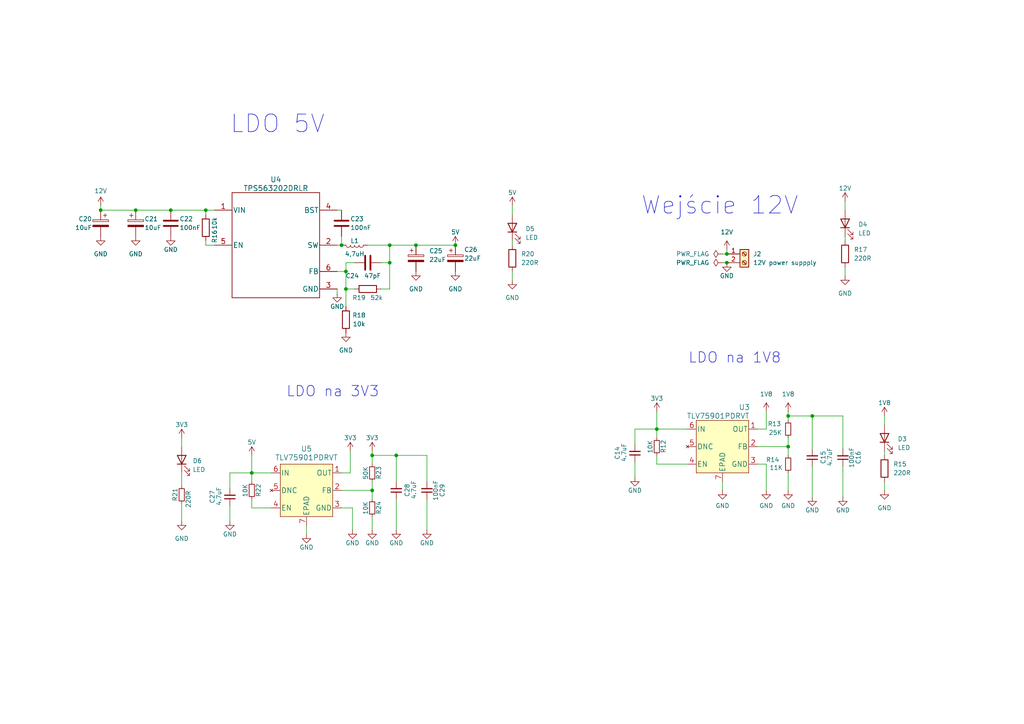
<source format=kicad_sch>
(kicad_sch
	(version 20250114)
	(generator "eeschema")
	(generator_version "9.0")
	(uuid "8544c712-069c-4fe4-943d-9899cdf52083")
	(paper "A4")
	(lib_symbols
		(symbol "Connector:Screw_Terminal_01x02"
			(pin_names
				(offset 1.016)
				(hide yes)
			)
			(exclude_from_sim no)
			(in_bom yes)
			(on_board yes)
			(property "Reference" "J"
				(at 0 2.54 0)
				(effects
					(font
						(size 1.27 1.27)
					)
				)
			)
			(property "Value" "Screw_Terminal_01x02"
				(at 0 -5.08 0)
				(effects
					(font
						(size 1.27 1.27)
					)
				)
			)
			(property "Footprint" ""
				(at 0 0 0)
				(effects
					(font
						(size 1.27 1.27)
					)
					(hide yes)
				)
			)
			(property "Datasheet" "~"
				(at 0 0 0)
				(effects
					(font
						(size 1.27 1.27)
					)
					(hide yes)
				)
			)
			(property "Description" "Generic screw terminal, single row, 01x02, script generated (kicad-library-utils/schlib/autogen/connector/)"
				(at 0 0 0)
				(effects
					(font
						(size 1.27 1.27)
					)
					(hide yes)
				)
			)
			(property "ki_keywords" "screw terminal"
				(at 0 0 0)
				(effects
					(font
						(size 1.27 1.27)
					)
					(hide yes)
				)
			)
			(property "ki_fp_filters" "TerminalBlock*:*"
				(at 0 0 0)
				(effects
					(font
						(size 1.27 1.27)
					)
					(hide yes)
				)
			)
			(symbol "Screw_Terminal_01x02_1_1"
				(rectangle
					(start -1.27 1.27)
					(end 1.27 -3.81)
					(stroke
						(width 0.254)
						(type default)
					)
					(fill
						(type background)
					)
				)
				(polyline
					(pts
						(xy -0.5334 0.3302) (xy 0.3302 -0.508)
					)
					(stroke
						(width 0.1524)
						(type default)
					)
					(fill
						(type none)
					)
				)
				(polyline
					(pts
						(xy -0.5334 -2.2098) (xy 0.3302 -3.048)
					)
					(stroke
						(width 0.1524)
						(type default)
					)
					(fill
						(type none)
					)
				)
				(polyline
					(pts
						(xy -0.3556 0.508) (xy 0.508 -0.3302)
					)
					(stroke
						(width 0.1524)
						(type default)
					)
					(fill
						(type none)
					)
				)
				(polyline
					(pts
						(xy -0.3556 -2.032) (xy 0.508 -2.8702)
					)
					(stroke
						(width 0.1524)
						(type default)
					)
					(fill
						(type none)
					)
				)
				(circle
					(center 0 0)
					(radius 0.635)
					(stroke
						(width 0.1524)
						(type default)
					)
					(fill
						(type none)
					)
				)
				(circle
					(center 0 -2.54)
					(radius 0.635)
					(stroke
						(width 0.1524)
						(type default)
					)
					(fill
						(type none)
					)
				)
				(pin passive line
					(at -5.08 0 0)
					(length 3.81)
					(name "Pin_1"
						(effects
							(font
								(size 1.27 1.27)
							)
						)
					)
					(number "1"
						(effects
							(font
								(size 1.27 1.27)
							)
						)
					)
				)
				(pin passive line
					(at -5.08 -2.54 0)
					(length 3.81)
					(name "Pin_2"
						(effects
							(font
								(size 1.27 1.27)
							)
						)
					)
					(number "2"
						(effects
							(font
								(size 1.27 1.27)
							)
						)
					)
				)
			)
			(embedded_fonts no)
		)
		(symbol "Device:C"
			(pin_numbers
				(hide yes)
			)
			(pin_names
				(offset 0.254)
			)
			(exclude_from_sim no)
			(in_bom yes)
			(on_board yes)
			(property "Reference" "C"
				(at 0.635 2.54 0)
				(effects
					(font
						(size 1.27 1.27)
					)
					(justify left)
				)
			)
			(property "Value" "C"
				(at 0.635 -2.54 0)
				(effects
					(font
						(size 1.27 1.27)
					)
					(justify left)
				)
			)
			(property "Footprint" ""
				(at 0.9652 -3.81 0)
				(effects
					(font
						(size 1.27 1.27)
					)
					(hide yes)
				)
			)
			(property "Datasheet" "~"
				(at 0 0 0)
				(effects
					(font
						(size 1.27 1.27)
					)
					(hide yes)
				)
			)
			(property "Description" "Unpolarized capacitor"
				(at 0 0 0)
				(effects
					(font
						(size 1.27 1.27)
					)
					(hide yes)
				)
			)
			(property "ki_keywords" "cap capacitor"
				(at 0 0 0)
				(effects
					(font
						(size 1.27 1.27)
					)
					(hide yes)
				)
			)
			(property "ki_fp_filters" "C_*"
				(at 0 0 0)
				(effects
					(font
						(size 1.27 1.27)
					)
					(hide yes)
				)
			)
			(symbol "C_0_1"
				(polyline
					(pts
						(xy -2.032 0.762) (xy 2.032 0.762)
					)
					(stroke
						(width 0.508)
						(type default)
					)
					(fill
						(type none)
					)
				)
				(polyline
					(pts
						(xy -2.032 -0.762) (xy 2.032 -0.762)
					)
					(stroke
						(width 0.508)
						(type default)
					)
					(fill
						(type none)
					)
				)
			)
			(symbol "C_1_1"
				(pin passive line
					(at 0 3.81 270)
					(length 2.794)
					(name "~"
						(effects
							(font
								(size 1.27 1.27)
							)
						)
					)
					(number "1"
						(effects
							(font
								(size 1.27 1.27)
							)
						)
					)
				)
				(pin passive line
					(at 0 -3.81 90)
					(length 2.794)
					(name "~"
						(effects
							(font
								(size 1.27 1.27)
							)
						)
					)
					(number "2"
						(effects
							(font
								(size 1.27 1.27)
							)
						)
					)
				)
			)
			(embedded_fonts no)
		)
		(symbol "Device:C_Polarized"
			(pin_numbers
				(hide yes)
			)
			(pin_names
				(offset 0.254)
			)
			(exclude_from_sim no)
			(in_bom yes)
			(on_board yes)
			(property "Reference" "C"
				(at 0.635 2.54 0)
				(effects
					(font
						(size 1.27 1.27)
					)
					(justify left)
				)
			)
			(property "Value" "C_Polarized"
				(at 0.635 -2.54 0)
				(effects
					(font
						(size 1.27 1.27)
					)
					(justify left)
				)
			)
			(property "Footprint" ""
				(at 0.9652 -3.81 0)
				(effects
					(font
						(size 1.27 1.27)
					)
					(hide yes)
				)
			)
			(property "Datasheet" "~"
				(at 0 0 0)
				(effects
					(font
						(size 1.27 1.27)
					)
					(hide yes)
				)
			)
			(property "Description" "Polarized capacitor"
				(at 0 0 0)
				(effects
					(font
						(size 1.27 1.27)
					)
					(hide yes)
				)
			)
			(property "ki_keywords" "cap capacitor"
				(at 0 0 0)
				(effects
					(font
						(size 1.27 1.27)
					)
					(hide yes)
				)
			)
			(property "ki_fp_filters" "CP_*"
				(at 0 0 0)
				(effects
					(font
						(size 1.27 1.27)
					)
					(hide yes)
				)
			)
			(symbol "C_Polarized_0_1"
				(rectangle
					(start -2.286 0.508)
					(end 2.286 1.016)
					(stroke
						(width 0)
						(type default)
					)
					(fill
						(type none)
					)
				)
				(polyline
					(pts
						(xy -1.778 2.286) (xy -0.762 2.286)
					)
					(stroke
						(width 0)
						(type default)
					)
					(fill
						(type none)
					)
				)
				(polyline
					(pts
						(xy -1.27 2.794) (xy -1.27 1.778)
					)
					(stroke
						(width 0)
						(type default)
					)
					(fill
						(type none)
					)
				)
				(rectangle
					(start 2.286 -0.508)
					(end -2.286 -1.016)
					(stroke
						(width 0)
						(type default)
					)
					(fill
						(type outline)
					)
				)
			)
			(symbol "C_Polarized_1_1"
				(pin passive line
					(at 0 3.81 270)
					(length 2.794)
					(name "~"
						(effects
							(font
								(size 1.27 1.27)
							)
						)
					)
					(number "1"
						(effects
							(font
								(size 1.27 1.27)
							)
						)
					)
				)
				(pin passive line
					(at 0 -3.81 90)
					(length 2.794)
					(name "~"
						(effects
							(font
								(size 1.27 1.27)
							)
						)
					)
					(number "2"
						(effects
							(font
								(size 1.27 1.27)
							)
						)
					)
				)
			)
			(embedded_fonts no)
		)
		(symbol "Device:C_Small"
			(pin_numbers
				(hide yes)
			)
			(pin_names
				(offset 0.254)
				(hide yes)
			)
			(exclude_from_sim no)
			(in_bom yes)
			(on_board yes)
			(property "Reference" "C"
				(at 0.254 1.778 0)
				(effects
					(font
						(size 1.27 1.27)
					)
					(justify left)
				)
			)
			(property "Value" "C_Small"
				(at 0.254 -2.032 0)
				(effects
					(font
						(size 1.27 1.27)
					)
					(justify left)
				)
			)
			(property "Footprint" ""
				(at 0 0 0)
				(effects
					(font
						(size 1.27 1.27)
					)
					(hide yes)
				)
			)
			(property "Datasheet" "~"
				(at 0 0 0)
				(effects
					(font
						(size 1.27 1.27)
					)
					(hide yes)
				)
			)
			(property "Description" "Unpolarized capacitor, small symbol"
				(at 0 0 0)
				(effects
					(font
						(size 1.27 1.27)
					)
					(hide yes)
				)
			)
			(property "ki_keywords" "capacitor cap"
				(at 0 0 0)
				(effects
					(font
						(size 1.27 1.27)
					)
					(hide yes)
				)
			)
			(property "ki_fp_filters" "C_*"
				(at 0 0 0)
				(effects
					(font
						(size 1.27 1.27)
					)
					(hide yes)
				)
			)
			(symbol "C_Small_0_1"
				(polyline
					(pts
						(xy -1.524 0.508) (xy 1.524 0.508)
					)
					(stroke
						(width 0.3048)
						(type default)
					)
					(fill
						(type none)
					)
				)
				(polyline
					(pts
						(xy -1.524 -0.508) (xy 1.524 -0.508)
					)
					(stroke
						(width 0.3302)
						(type default)
					)
					(fill
						(type none)
					)
				)
			)
			(symbol "C_Small_1_1"
				(pin passive line
					(at 0 2.54 270)
					(length 2.032)
					(name "~"
						(effects
							(font
								(size 1.27 1.27)
							)
						)
					)
					(number "1"
						(effects
							(font
								(size 1.27 1.27)
							)
						)
					)
				)
				(pin passive line
					(at 0 -2.54 90)
					(length 2.032)
					(name "~"
						(effects
							(font
								(size 1.27 1.27)
							)
						)
					)
					(number "2"
						(effects
							(font
								(size 1.27 1.27)
							)
						)
					)
				)
			)
			(embedded_fonts no)
		)
		(symbol "Device:L"
			(pin_numbers
				(hide yes)
			)
			(pin_names
				(offset 1.016)
				(hide yes)
			)
			(exclude_from_sim no)
			(in_bom yes)
			(on_board yes)
			(property "Reference" "L"
				(at -1.27 0 90)
				(effects
					(font
						(size 1.27 1.27)
					)
				)
			)
			(property "Value" "L"
				(at 1.905 0 90)
				(effects
					(font
						(size 1.27 1.27)
					)
				)
			)
			(property "Footprint" ""
				(at 0 0 0)
				(effects
					(font
						(size 1.27 1.27)
					)
					(hide yes)
				)
			)
			(property "Datasheet" "~"
				(at 0 0 0)
				(effects
					(font
						(size 1.27 1.27)
					)
					(hide yes)
				)
			)
			(property "Description" "Inductor"
				(at 0 0 0)
				(effects
					(font
						(size 1.27 1.27)
					)
					(hide yes)
				)
			)
			(property "ki_keywords" "inductor choke coil reactor magnetic"
				(at 0 0 0)
				(effects
					(font
						(size 1.27 1.27)
					)
					(hide yes)
				)
			)
			(property "ki_fp_filters" "Choke_* *Coil* Inductor_* L_*"
				(at 0 0 0)
				(effects
					(font
						(size 1.27 1.27)
					)
					(hide yes)
				)
			)
			(symbol "L_0_1"
				(arc
					(start 0 2.54)
					(mid 0.6323 1.905)
					(end 0 1.27)
					(stroke
						(width 0)
						(type default)
					)
					(fill
						(type none)
					)
				)
				(arc
					(start 0 1.27)
					(mid 0.6323 0.635)
					(end 0 0)
					(stroke
						(width 0)
						(type default)
					)
					(fill
						(type none)
					)
				)
				(arc
					(start 0 0)
					(mid 0.6323 -0.635)
					(end 0 -1.27)
					(stroke
						(width 0)
						(type default)
					)
					(fill
						(type none)
					)
				)
				(arc
					(start 0 -1.27)
					(mid 0.6323 -1.905)
					(end 0 -2.54)
					(stroke
						(width 0)
						(type default)
					)
					(fill
						(type none)
					)
				)
			)
			(symbol "L_1_1"
				(pin passive line
					(at 0 3.81 270)
					(length 1.27)
					(name "1"
						(effects
							(font
								(size 1.27 1.27)
							)
						)
					)
					(number "1"
						(effects
							(font
								(size 1.27 1.27)
							)
						)
					)
				)
				(pin passive line
					(at 0 -3.81 90)
					(length 1.27)
					(name "2"
						(effects
							(font
								(size 1.27 1.27)
							)
						)
					)
					(number "2"
						(effects
							(font
								(size 1.27 1.27)
							)
						)
					)
				)
			)
			(embedded_fonts no)
		)
		(symbol "Device:LED"
			(pin_numbers
				(hide yes)
			)
			(pin_names
				(offset 1.016)
				(hide yes)
			)
			(exclude_from_sim no)
			(in_bom yes)
			(on_board yes)
			(property "Reference" "D"
				(at 0 2.54 0)
				(effects
					(font
						(size 1.27 1.27)
					)
				)
			)
			(property "Value" "LED"
				(at 0 -2.54 0)
				(effects
					(font
						(size 1.27 1.27)
					)
				)
			)
			(property "Footprint" ""
				(at 0 0 0)
				(effects
					(font
						(size 1.27 1.27)
					)
					(hide yes)
				)
			)
			(property "Datasheet" "~"
				(at 0 0 0)
				(effects
					(font
						(size 1.27 1.27)
					)
					(hide yes)
				)
			)
			(property "Description" "Light emitting diode"
				(at 0 0 0)
				(effects
					(font
						(size 1.27 1.27)
					)
					(hide yes)
				)
			)
			(property "ki_keywords" "LED diode"
				(at 0 0 0)
				(effects
					(font
						(size 1.27 1.27)
					)
					(hide yes)
				)
			)
			(property "ki_fp_filters" "LED* LED_SMD:* LED_THT:*"
				(at 0 0 0)
				(effects
					(font
						(size 1.27 1.27)
					)
					(hide yes)
				)
			)
			(symbol "LED_0_1"
				(polyline
					(pts
						(xy -3.048 -0.762) (xy -4.572 -2.286) (xy -3.81 -2.286) (xy -4.572 -2.286) (xy -4.572 -1.524)
					)
					(stroke
						(width 0)
						(type default)
					)
					(fill
						(type none)
					)
				)
				(polyline
					(pts
						(xy -1.778 -0.762) (xy -3.302 -2.286) (xy -2.54 -2.286) (xy -3.302 -2.286) (xy -3.302 -1.524)
					)
					(stroke
						(width 0)
						(type default)
					)
					(fill
						(type none)
					)
				)
				(polyline
					(pts
						(xy -1.27 0) (xy 1.27 0)
					)
					(stroke
						(width 0)
						(type default)
					)
					(fill
						(type none)
					)
				)
				(polyline
					(pts
						(xy -1.27 -1.27) (xy -1.27 1.27)
					)
					(stroke
						(width 0.254)
						(type default)
					)
					(fill
						(type none)
					)
				)
				(polyline
					(pts
						(xy 1.27 -1.27) (xy 1.27 1.27) (xy -1.27 0) (xy 1.27 -1.27)
					)
					(stroke
						(width 0.254)
						(type default)
					)
					(fill
						(type none)
					)
				)
			)
			(symbol "LED_1_1"
				(pin passive line
					(at -3.81 0 0)
					(length 2.54)
					(name "K"
						(effects
							(font
								(size 1.27 1.27)
							)
						)
					)
					(number "1"
						(effects
							(font
								(size 1.27 1.27)
							)
						)
					)
				)
				(pin passive line
					(at 3.81 0 180)
					(length 2.54)
					(name "A"
						(effects
							(font
								(size 1.27 1.27)
							)
						)
					)
					(number "2"
						(effects
							(font
								(size 1.27 1.27)
							)
						)
					)
				)
			)
			(embedded_fonts no)
		)
		(symbol "Device:R"
			(pin_numbers
				(hide yes)
			)
			(pin_names
				(offset 0)
			)
			(exclude_from_sim no)
			(in_bom yes)
			(on_board yes)
			(property "Reference" "R"
				(at 2.032 0 90)
				(effects
					(font
						(size 1.27 1.27)
					)
				)
			)
			(property "Value" "R"
				(at 0 0 90)
				(effects
					(font
						(size 1.27 1.27)
					)
				)
			)
			(property "Footprint" ""
				(at -1.778 0 90)
				(effects
					(font
						(size 1.27 1.27)
					)
					(hide yes)
				)
			)
			(property "Datasheet" "~"
				(at 0 0 0)
				(effects
					(font
						(size 1.27 1.27)
					)
					(hide yes)
				)
			)
			(property "Description" "Resistor"
				(at 0 0 0)
				(effects
					(font
						(size 1.27 1.27)
					)
					(hide yes)
				)
			)
			(property "ki_keywords" "R res resistor"
				(at 0 0 0)
				(effects
					(font
						(size 1.27 1.27)
					)
					(hide yes)
				)
			)
			(property "ki_fp_filters" "R_*"
				(at 0 0 0)
				(effects
					(font
						(size 1.27 1.27)
					)
					(hide yes)
				)
			)
			(symbol "R_0_1"
				(rectangle
					(start -1.016 -2.54)
					(end 1.016 2.54)
					(stroke
						(width 0.254)
						(type default)
					)
					(fill
						(type none)
					)
				)
			)
			(symbol "R_1_1"
				(pin passive line
					(at 0 3.81 270)
					(length 1.27)
					(name "~"
						(effects
							(font
								(size 1.27 1.27)
							)
						)
					)
					(number "1"
						(effects
							(font
								(size 1.27 1.27)
							)
						)
					)
				)
				(pin passive line
					(at 0 -3.81 90)
					(length 1.27)
					(name "~"
						(effects
							(font
								(size 1.27 1.27)
							)
						)
					)
					(number "2"
						(effects
							(font
								(size 1.27 1.27)
							)
						)
					)
				)
			)
			(embedded_fonts no)
		)
		(symbol "PUTRocketLab_IC:TLV75901PDRVT"
			(pin_names
				(offset 0.254)
			)
			(exclude_from_sim no)
			(in_bom yes)
			(on_board yes)
			(property "Reference" "U"
				(at -6.35 13.97 0)
				(effects
					(font
						(size 1.524 1.524)
					)
				)
			)
			(property "Value" "TLV75901PDRVT"
				(at 1.27 11.43 0)
				(effects
					(font
						(size 1.524 1.524)
					)
				)
			)
			(property "Footprint" "DRV6_1X1P6_TEX"
				(at 1.27 8.89 0)
				(effects
					(font
						(size 1.524 1.524)
					)
					(hide yes)
				)
			)
			(property "Datasheet" ""
				(at -15.24 10.16 0)
				(effects
					(font
						(size 1.524 1.524)
					)
				)
			)
			(property "Description" ""
				(at 0 0 0)
				(effects
					(font
						(size 1.27 1.27)
					)
					(hide yes)
				)
			)
			(property "ki_locked" ""
				(at 0 0 0)
				(effects
					(font
						(size 1.27 1.27)
					)
				)
			)
			(property "ki_fp_filters" "DRV6_1X1P6_TEX"
				(at 0 0 0)
				(effects
					(font
						(size 1.27 1.27)
					)
					(hide yes)
				)
			)
			(symbol "TLV75901PDRVT_1_1"
				(rectangle
					(start -7.62 -7.62)
					(end 7.62 7.62)
					(stroke
						(width 0)
						(type default)
					)
					(fill
						(type background)
					)
				)
				(pin power_out line
					(at -10.16 5.08 0)
					(length 2.54)
					(name "OUT"
						(effects
							(font
								(size 1.4986 1.4986)
							)
						)
					)
					(number "1"
						(effects
							(font
								(size 1.4986 1.4986)
							)
						)
					)
				)
				(pin input line
					(at -10.16 0 0)
					(length 2.54)
					(name "FB"
						(effects
							(font
								(size 1.4986 1.4986)
							)
						)
					)
					(number "2"
						(effects
							(font
								(size 1.4986 1.4986)
							)
						)
					)
				)
				(pin power_in line
					(at -10.16 -5.08 0)
					(length 2.54)
					(name "GND"
						(effects
							(font
								(size 1.4986 1.4986)
							)
						)
					)
					(number "3"
						(effects
							(font
								(size 1.4986 1.4986)
							)
						)
					)
				)
				(pin passive line
					(at 0 -10.16 90)
					(length 2.54)
					(name "EPAD"
						(effects
							(font
								(size 1.4986 1.4986)
							)
						)
					)
					(number "7"
						(effects
							(font
								(size 1.4986 1.4986)
							)
						)
					)
				)
				(pin power_in line
					(at 10.16 5.08 180)
					(length 2.54)
					(name "IN"
						(effects
							(font
								(size 1.4986 1.4986)
							)
						)
					)
					(number "6"
						(effects
							(font
								(size 1.4986 1.4986)
							)
						)
					)
				)
				(pin no_connect line
					(at 10.16 0 180)
					(length 2.54)
					(name "DNC"
						(effects
							(font
								(size 1.4986 1.4986)
							)
						)
					)
					(number "5"
						(effects
							(font
								(size 1.4986 1.4986)
							)
						)
					)
				)
				(pin input line
					(at 10.16 -5.08 180)
					(length 2.54)
					(name "EN"
						(effects
							(font
								(size 1.4986 1.4986)
							)
						)
					)
					(number "4"
						(effects
							(font
								(size 1.4986 1.4986)
							)
						)
					)
				)
			)
			(embedded_fonts no)
		)
		(symbol "PUTRocketLab_power:+3V3"
			(power)
			(pin_names
				(offset 0)
			)
			(exclude_from_sim no)
			(in_bom yes)
			(on_board yes)
			(property "Reference" "#PWR"
				(at 0 -3.81 0)
				(effects
					(font
						(size 1.27 1.27)
					)
					(hide yes)
				)
			)
			(property "Value" "+3V3"
				(at 0 3.556 0)
				(effects
					(font
						(size 1.27 1.27)
					)
				)
			)
			(property "Footprint" ""
				(at 0 0 0)
				(effects
					(font
						(size 1.27 1.27)
					)
					(hide yes)
				)
			)
			(property "Datasheet" ""
				(at 0 0 0)
				(effects
					(font
						(size 1.27 1.27)
					)
					(hide yes)
				)
			)
			(property "Description" "Power symbol creates a global label with name \"+3V3\""
				(at 0 0 0)
				(effects
					(font
						(size 1.27 1.27)
					)
					(hide yes)
				)
			)
			(property "ki_keywords" "power-flag"
				(at 0 0 0)
				(effects
					(font
						(size 1.27 1.27)
					)
					(hide yes)
				)
			)
			(symbol "+3V3_0_1"
				(polyline
					(pts
						(xy -0.762 1.27) (xy 0 2.54)
					)
					(stroke
						(width 0)
						(type default)
					)
					(fill
						(type none)
					)
				)
				(polyline
					(pts
						(xy 0 2.54) (xy 0.762 1.27)
					)
					(stroke
						(width 0)
						(type default)
					)
					(fill
						(type none)
					)
				)
				(polyline
					(pts
						(xy 0 0) (xy 0 2.54)
					)
					(stroke
						(width 0)
						(type default)
					)
					(fill
						(type none)
					)
				)
			)
			(symbol "+3V3_1_1"
				(pin power_in line
					(at 0 0 90)
					(length 0)
					(hide yes)
					(name "+3V3"
						(effects
							(font
								(size 1.27 1.27)
							)
						)
					)
					(number "1"
						(effects
							(font
								(size 1.27 1.27)
							)
						)
					)
				)
			)
			(embedded_fonts no)
		)
		(symbol "PUTRocketLab_supply:GND"
			(power)
			(pin_names
				(offset 0)
			)
			(exclude_from_sim no)
			(in_bom yes)
			(on_board yes)
			(property "Reference" "#PWR"
				(at 0 -6.35 0)
				(effects
					(font
						(size 1.27 1.27)
					)
					(hide yes)
				)
			)
			(property "Value" "GND"
				(at 0 -3.81 0)
				(effects
					(font
						(size 1.27 1.27)
					)
				)
			)
			(property "Footprint" ""
				(at 0 0 0)
				(effects
					(font
						(size 1.27 1.27)
					)
					(hide yes)
				)
			)
			(property "Datasheet" ""
				(at 0 0 0)
				(effects
					(font
						(size 1.27 1.27)
					)
					(hide yes)
				)
			)
			(property "Description" "Power symbol creates a global label with name \"GND\" , ground"
				(at 0 0 0)
				(effects
					(font
						(size 1.27 1.27)
					)
					(hide yes)
				)
			)
			(property "ki_keywords" "power-flag"
				(at 0 0 0)
				(effects
					(font
						(size 1.27 1.27)
					)
					(hide yes)
				)
			)
			(symbol "GND_0_1"
				(polyline
					(pts
						(xy 0 0) (xy 0 -1.27) (xy 1.27 -1.27) (xy 0 -2.54) (xy -1.27 -1.27) (xy 0 -1.27)
					)
					(stroke
						(width 0)
						(type default)
					)
					(fill
						(type none)
					)
				)
			)
			(symbol "GND_1_1"
				(pin power_in line
					(at 0 0 270)
					(length 0)
					(hide yes)
					(name "GND"
						(effects
							(font
								(size 1.27 1.27)
							)
						)
					)
					(number "1"
						(effects
							(font
								(size 1.27 1.27)
							)
						)
					)
				)
			)
			(embedded_fonts no)
		)
		(symbol "PutRocketLab_RCL:R_Small"
			(pin_numbers
				(hide yes)
			)
			(pin_names
				(offset 0.254)
				(hide yes)
			)
			(exclude_from_sim no)
			(in_bom yes)
			(on_board yes)
			(property "Reference" "R"
				(at 0.762 0.508 0)
				(effects
					(font
						(size 1.27 1.27)
					)
					(justify left)
				)
			)
			(property "Value" "R_Small"
				(at 0.762 -1.016 0)
				(effects
					(font
						(size 1.27 1.27)
					)
					(justify left)
				)
			)
			(property "Footprint" ""
				(at 0 0 0)
				(effects
					(font
						(size 1.27 1.27)
					)
					(hide yes)
				)
			)
			(property "Datasheet" "~"
				(at 0 0 0)
				(effects
					(font
						(size 1.27 1.27)
					)
					(hide yes)
				)
			)
			(property "Description" "Resistor, small symbol"
				(at 0 0 0)
				(effects
					(font
						(size 1.27 1.27)
					)
					(hide yes)
				)
			)
			(property "ki_keywords" "R resistor"
				(at 0 0 0)
				(effects
					(font
						(size 1.27 1.27)
					)
					(hide yes)
				)
			)
			(property "ki_fp_filters" "R_*"
				(at 0 0 0)
				(effects
					(font
						(size 1.27 1.27)
					)
					(hide yes)
				)
			)
			(symbol "R_Small_0_1"
				(rectangle
					(start -0.762 1.778)
					(end 0.762 -1.778)
					(stroke
						(width 0.2032)
						(type default)
					)
					(fill
						(type none)
					)
				)
			)
			(symbol "R_Small_1_1"
				(pin passive line
					(at 0 2.54 270)
					(length 0.762)
					(name "~"
						(effects
							(font
								(size 1.27 1.27)
							)
						)
					)
					(number "1"
						(effects
							(font
								(size 1.27 1.27)
							)
						)
					)
				)
				(pin passive line
					(at 0 -2.54 90)
					(length 0.762)
					(name "~"
						(effects
							(font
								(size 1.27 1.27)
							)
						)
					)
					(number "2"
						(effects
							(font
								(size 1.27 1.27)
							)
						)
					)
				)
			)
			(embedded_fonts no)
		)
		(symbol "PutRocketLab_RCL:Resistor"
			(pin_numbers
				(hide yes)
			)
			(pin_names
				(offset 0)
			)
			(exclude_from_sim no)
			(in_bom yes)
			(on_board yes)
			(property "Reference" "R"
				(at 2.032 0 90)
				(effects
					(font
						(size 1.27 1.27)
					)
				)
			)
			(property "Value" "Resistor"
				(at 0 0 90)
				(effects
					(font
						(size 1.27 1.27)
					)
				)
			)
			(property "Footprint" ""
				(at -1.778 0 90)
				(effects
					(font
						(size 1.27 1.27)
					)
					(hide yes)
				)
			)
			(property "Datasheet" "~"
				(at 0 0 0)
				(effects
					(font
						(size 1.27 1.27)
					)
					(hide yes)
				)
			)
			(property "Description" "Resistor"
				(at 0 0 0)
				(effects
					(font
						(size 1.27 1.27)
					)
					(hide yes)
				)
			)
			(property "ki_keywords" "R res resistor"
				(at 0 0 0)
				(effects
					(font
						(size 1.27 1.27)
					)
					(hide yes)
				)
			)
			(property "ki_fp_filters" "R_*"
				(at 0 0 0)
				(effects
					(font
						(size 1.27 1.27)
					)
					(hide yes)
				)
			)
			(symbol "Resistor_0_1"
				(rectangle
					(start -1.016 -2.54)
					(end 1.016 2.54)
					(stroke
						(width 0.254)
						(type default)
					)
					(fill
						(type none)
					)
				)
			)
			(symbol "Resistor_1_1"
				(pin passive line
					(at 0 3.81 270)
					(length 1.27)
					(name "~"
						(effects
							(font
								(size 1.27 1.27)
							)
						)
					)
					(number "1"
						(effects
							(font
								(size 1.27 1.27)
							)
						)
					)
				)
				(pin passive line
					(at 0 -3.81 90)
					(length 1.27)
					(name "~"
						(effects
							(font
								(size 1.27 1.27)
							)
						)
					)
					(number "2"
						(effects
							(font
								(size 1.27 1.27)
							)
						)
					)
				)
			)
			(embedded_fonts no)
		)
		(symbol "TPS56320DRLR:TPS563202DRLR"
			(pin_names
				(offset 0.254)
			)
			(exclude_from_sim no)
			(in_bom yes)
			(on_board yes)
			(property "Reference" "U"
				(at 0 2.54 0)
				(effects
					(font
						(size 1.524 1.524)
					)
				)
			)
			(property "Value" "TPS563202DRLR"
				(at 0 0 0)
				(effects
					(font
						(size 1.524 1.524)
					)
				)
			)
			(property "Footprint" "DRL0006A"
				(at 0 -1.524 0)
				(effects
					(font
						(size 1.524 1.524)
					)
					(hide yes)
				)
			)
			(property "Datasheet" ""
				(at 0 0 0)
				(effects
					(font
						(size 1.524 1.524)
					)
				)
			)
			(property "Description" ""
				(at 0 0 0)
				(effects
					(font
						(size 1.27 1.27)
					)
					(hide yes)
				)
			)
			(property "ki_locked" ""
				(at 0 0 0)
				(effects
					(font
						(size 1.27 1.27)
					)
				)
			)
			(property "ki_fp_filters" "DRL0006A"
				(at 0 0 0)
				(effects
					(font
						(size 1.27 1.27)
					)
					(hide yes)
				)
			)
			(symbol "TPS563202DRLR_1_1"
				(polyline
					(pts
						(xy -12.7 15.24) (xy -12.7 -15.24)
					)
					(stroke
						(width 0.2032)
						(type default)
					)
					(fill
						(type none)
					)
				)
				(polyline
					(pts
						(xy -12.7 -15.24) (xy 12.7 -15.24)
					)
					(stroke
						(width 0.2032)
						(type default)
					)
					(fill
						(type none)
					)
				)
				(polyline
					(pts
						(xy 12.7 15.24) (xy -12.7 15.24)
					)
					(stroke
						(width 0.2032)
						(type default)
					)
					(fill
						(type none)
					)
				)
				(polyline
					(pts
						(xy 12.7 -15.24) (xy 12.7 15.24)
					)
					(stroke
						(width 0.2032)
						(type default)
					)
					(fill
						(type none)
					)
				)
				(pin power_in line
					(at -17.78 10.16 0)
					(length 5.08)
					(name "VIN"
						(effects
							(font
								(size 1.4986 1.4986)
							)
						)
					)
					(number "1"
						(effects
							(font
								(size 1.4986 1.4986)
							)
						)
					)
				)
				(pin input line
					(at -17.78 0 0)
					(length 5.08)
					(name "EN"
						(effects
							(font
								(size 1.4986 1.4986)
							)
						)
					)
					(number "5"
						(effects
							(font
								(size 1.4986 1.4986)
							)
						)
					)
				)
				(pin unspecified line
					(at 17.78 10.16 180)
					(length 5.08)
					(name "BST"
						(effects
							(font
								(size 1.4986 1.4986)
							)
						)
					)
					(number "4"
						(effects
							(font
								(size 1.4986 1.4986)
							)
						)
					)
				)
				(pin power_in line
					(at 17.78 0 180)
					(length 5.08)
					(name "SW"
						(effects
							(font
								(size 1.4986 1.4986)
							)
						)
					)
					(number "2"
						(effects
							(font
								(size 1.4986 1.4986)
							)
						)
					)
				)
				(pin input line
					(at 17.78 -7.62 180)
					(length 5.08)
					(name "FB"
						(effects
							(font
								(size 1.4986 1.4986)
							)
						)
					)
					(number "6"
						(effects
							(font
								(size 1.4986 1.4986)
							)
						)
					)
				)
				(pin power_in line
					(at 17.78 -12.7 180)
					(length 5.08)
					(name "GND"
						(effects
							(font
								(size 1.4986 1.4986)
							)
						)
					)
					(number "3"
						(effects
							(font
								(size 1.4986 1.4986)
							)
						)
					)
				)
			)
			(embedded_fonts no)
		)
		(symbol "power:+12V"
			(power)
			(pin_names
				(offset 0)
			)
			(exclude_from_sim no)
			(in_bom yes)
			(on_board yes)
			(property "Reference" "#PWR"
				(at 0 -3.81 0)
				(effects
					(font
						(size 1.27 1.27)
					)
					(hide yes)
				)
			)
			(property "Value" "+12V"
				(at 0 3.556 0)
				(effects
					(font
						(size 1.27 1.27)
					)
				)
			)
			(property "Footprint" ""
				(at 0 0 0)
				(effects
					(font
						(size 1.27 1.27)
					)
					(hide yes)
				)
			)
			(property "Datasheet" ""
				(at 0 0 0)
				(effects
					(font
						(size 1.27 1.27)
					)
					(hide yes)
				)
			)
			(property "Description" "Power symbol creates a global label with name \"+12V\""
				(at 0 0 0)
				(effects
					(font
						(size 1.27 1.27)
					)
					(hide yes)
				)
			)
			(property "ki_keywords" "global power"
				(at 0 0 0)
				(effects
					(font
						(size 1.27 1.27)
					)
					(hide yes)
				)
			)
			(symbol "+12V_0_1"
				(polyline
					(pts
						(xy -0.762 1.27) (xy 0 2.54)
					)
					(stroke
						(width 0)
						(type default)
					)
					(fill
						(type none)
					)
				)
				(polyline
					(pts
						(xy 0 2.54) (xy 0.762 1.27)
					)
					(stroke
						(width 0)
						(type default)
					)
					(fill
						(type none)
					)
				)
				(polyline
					(pts
						(xy 0 0) (xy 0 2.54)
					)
					(stroke
						(width 0)
						(type default)
					)
					(fill
						(type none)
					)
				)
			)
			(symbol "+12V_1_1"
				(pin power_in line
					(at 0 0 90)
					(length 0)
					(hide yes)
					(name "+12V"
						(effects
							(font
								(size 1.27 1.27)
							)
						)
					)
					(number "1"
						(effects
							(font
								(size 1.27 1.27)
							)
						)
					)
				)
			)
			(embedded_fonts no)
		)
		(symbol "power:+3V3"
			(power)
			(pin_names
				(offset 0)
			)
			(exclude_from_sim no)
			(in_bom yes)
			(on_board yes)
			(property "Reference" "#PWR"
				(at 0 -3.81 0)
				(effects
					(font
						(size 1.27 1.27)
					)
					(hide yes)
				)
			)
			(property "Value" "+3V3"
				(at 0 3.556 0)
				(effects
					(font
						(size 1.27 1.27)
					)
				)
			)
			(property "Footprint" ""
				(at 0 0 0)
				(effects
					(font
						(size 1.27 1.27)
					)
					(hide yes)
				)
			)
			(property "Datasheet" ""
				(at 0 0 0)
				(effects
					(font
						(size 1.27 1.27)
					)
					(hide yes)
				)
			)
			(property "Description" "Power symbol creates a global label with name \"+3V3\""
				(at 0 0 0)
				(effects
					(font
						(size 1.27 1.27)
					)
					(hide yes)
				)
			)
			(property "ki_keywords" "power-flag"
				(at 0 0 0)
				(effects
					(font
						(size 1.27 1.27)
					)
					(hide yes)
				)
			)
			(symbol "+3V3_0_1"
				(polyline
					(pts
						(xy -0.762 1.27) (xy 0 2.54)
					)
					(stroke
						(width 0)
						(type default)
					)
					(fill
						(type none)
					)
				)
				(polyline
					(pts
						(xy 0 2.54) (xy 0.762 1.27)
					)
					(stroke
						(width 0)
						(type default)
					)
					(fill
						(type none)
					)
				)
				(polyline
					(pts
						(xy 0 0) (xy 0 2.54)
					)
					(stroke
						(width 0)
						(type default)
					)
					(fill
						(type none)
					)
				)
			)
			(symbol "+3V3_1_1"
				(pin power_in line
					(at 0 0 90)
					(length 0)
					(hide yes)
					(name "+3V3"
						(effects
							(font
								(size 1.27 1.27)
							)
						)
					)
					(number "1"
						(effects
							(font
								(size 1.27 1.27)
							)
						)
					)
				)
			)
			(embedded_fonts no)
		)
		(symbol "power:+5V"
			(power)
			(pin_names
				(offset 0)
			)
			(exclude_from_sim no)
			(in_bom yes)
			(on_board yes)
			(property "Reference" "#PWR"
				(at 0 -3.81 0)
				(effects
					(font
						(size 1.27 1.27)
					)
					(hide yes)
				)
			)
			(property "Value" "+5V"
				(at 0 3.556 0)
				(effects
					(font
						(size 1.27 1.27)
					)
				)
			)
			(property "Footprint" ""
				(at 0 0 0)
				(effects
					(font
						(size 1.27 1.27)
					)
					(hide yes)
				)
			)
			(property "Datasheet" ""
				(at 0 0 0)
				(effects
					(font
						(size 1.27 1.27)
					)
					(hide yes)
				)
			)
			(property "Description" "Power symbol creates a global label with name \"+5V\""
				(at 0 0 0)
				(effects
					(font
						(size 1.27 1.27)
					)
					(hide yes)
				)
			)
			(property "ki_keywords" "power-flag"
				(at 0 0 0)
				(effects
					(font
						(size 1.27 1.27)
					)
					(hide yes)
				)
			)
			(symbol "+5V_0_1"
				(polyline
					(pts
						(xy -0.762 1.27) (xy 0 2.54)
					)
					(stroke
						(width 0)
						(type default)
					)
					(fill
						(type none)
					)
				)
				(polyline
					(pts
						(xy 0 2.54) (xy 0.762 1.27)
					)
					(stroke
						(width 0)
						(type default)
					)
					(fill
						(type none)
					)
				)
				(polyline
					(pts
						(xy 0 0) (xy 0 2.54)
					)
					(stroke
						(width 0)
						(type default)
					)
					(fill
						(type none)
					)
				)
			)
			(symbol "+5V_1_1"
				(pin power_in line
					(at 0 0 90)
					(length 0)
					(hide yes)
					(name "+5V"
						(effects
							(font
								(size 1.27 1.27)
							)
						)
					)
					(number "1"
						(effects
							(font
								(size 1.27 1.27)
							)
						)
					)
				)
			)
			(embedded_fonts no)
		)
		(symbol "power:GND"
			(power)
			(pin_names
				(offset 0)
			)
			(exclude_from_sim no)
			(in_bom yes)
			(on_board yes)
			(property "Reference" "#PWR"
				(at 0 -6.35 0)
				(effects
					(font
						(size 1.27 1.27)
					)
					(hide yes)
				)
			)
			(property "Value" "GND"
				(at 0 -3.81 0)
				(effects
					(font
						(size 1.27 1.27)
					)
				)
			)
			(property "Footprint" ""
				(at 0 0 0)
				(effects
					(font
						(size 1.27 1.27)
					)
					(hide yes)
				)
			)
			(property "Datasheet" ""
				(at 0 0 0)
				(effects
					(font
						(size 1.27 1.27)
					)
					(hide yes)
				)
			)
			(property "Description" "Power symbol creates a global label with name \"GND\" , ground"
				(at 0 0 0)
				(effects
					(font
						(size 1.27 1.27)
					)
					(hide yes)
				)
			)
			(property "ki_keywords" "power-flag"
				(at 0 0 0)
				(effects
					(font
						(size 1.27 1.27)
					)
					(hide yes)
				)
			)
			(symbol "GND_0_1"
				(polyline
					(pts
						(xy 0 0) (xy 0 -1.27) (xy 1.27 -1.27) (xy 0 -2.54) (xy -1.27 -1.27) (xy 0 -1.27)
					)
					(stroke
						(width 0)
						(type default)
					)
					(fill
						(type none)
					)
				)
			)
			(symbol "GND_1_1"
				(pin power_in line
					(at 0 0 270)
					(length 0)
					(hide yes)
					(name "GND"
						(effects
							(font
								(size 1.27 1.27)
							)
						)
					)
					(number "1"
						(effects
							(font
								(size 1.27 1.27)
							)
						)
					)
				)
			)
			(embedded_fonts no)
		)
		(symbol "power:PWR_FLAG"
			(power)
			(pin_numbers
				(hide yes)
			)
			(pin_names
				(offset 0)
				(hide yes)
			)
			(exclude_from_sim no)
			(in_bom yes)
			(on_board yes)
			(property "Reference" "#FLG"
				(at 0 1.905 0)
				(effects
					(font
						(size 1.27 1.27)
					)
					(hide yes)
				)
			)
			(property "Value" "PWR_FLAG"
				(at 0 3.81 0)
				(effects
					(font
						(size 1.27 1.27)
					)
				)
			)
			(property "Footprint" ""
				(at 0 0 0)
				(effects
					(font
						(size 1.27 1.27)
					)
					(hide yes)
				)
			)
			(property "Datasheet" "~"
				(at 0 0 0)
				(effects
					(font
						(size 1.27 1.27)
					)
					(hide yes)
				)
			)
			(property "Description" "Special symbol for telling ERC where power comes from"
				(at 0 0 0)
				(effects
					(font
						(size 1.27 1.27)
					)
					(hide yes)
				)
			)
			(property "ki_keywords" "flag power"
				(at 0 0 0)
				(effects
					(font
						(size 1.27 1.27)
					)
					(hide yes)
				)
			)
			(symbol "PWR_FLAG_0_0"
				(pin power_out line
					(at 0 0 90)
					(length 0)
					(name "pwr"
						(effects
							(font
								(size 1.27 1.27)
							)
						)
					)
					(number "1"
						(effects
							(font
								(size 1.27 1.27)
							)
						)
					)
				)
			)
			(symbol "PWR_FLAG_0_1"
				(polyline
					(pts
						(xy 0 0) (xy 0 1.27) (xy -1.016 1.905) (xy 0 2.54) (xy 1.016 1.905) (xy 0 1.27)
					)
					(stroke
						(width 0)
						(type default)
					)
					(fill
						(type none)
					)
				)
			)
			(embedded_fonts no)
		)
	)
	(text "LDO na 3V3"
		(exclude_from_sim no)
		(at 96.52 113.665 0)
		(effects
			(font
				(size 3 3)
			)
		)
		(uuid "5a66caaa-3403-4f6f-a97f-530c42c5e651")
	)
	(text "Wejście 12V"
		(exclude_from_sim no)
		(at 208.788 59.69 0)
		(effects
			(font
				(size 5.08 5.08)
			)
		)
		(uuid "a44907f3-b1ea-43d5-a060-9b1a76e854a3")
	)
	(text "LDO na 1V8\n"
		(exclude_from_sim no)
		(at 213.106 103.886 0)
		(effects
			(font
				(size 3 3)
			)
		)
		(uuid "b971d9b3-dd2a-4e1a-8f8c-586acff4282e")
	)
	(text "LDO 5V"
		(exclude_from_sim no)
		(at 80.518 36.068 0)
		(effects
			(font
				(size 5.08 5.08)
			)
		)
		(uuid "f42deec3-3406-4cfb-99df-19e5c90639a6")
	)
	(junction
		(at 49.53 60.96)
		(diameter 0)
		(color 0 0 0 0)
		(uuid "0dc7e0e2-0aa9-4959-b726-f2d764ba1c23")
	)
	(junction
		(at 114.935 132.08)
		(diameter 0)
		(color 0 0 0 0)
		(uuid "0dcc67c5-9eee-4584-823c-b8000dc4c59c")
	)
	(junction
		(at 107.95 142.24)
		(diameter 0)
		(color 0 0 0 0)
		(uuid "25f0fab9-4f52-45e1-a73a-c28452faf6ba")
	)
	(junction
		(at 190.5 124.46)
		(diameter 0)
		(color 0 0 0 0)
		(uuid "2a7075c8-3f89-4734-a640-1973739d0f5e")
	)
	(junction
		(at 210.82 76.2)
		(diameter 0)
		(color 0 0 0 0)
		(uuid "2ae56b02-8803-4367-b4d7-d9f190f55a2b")
	)
	(junction
		(at 100.33 78.74)
		(diameter 0)
		(color 0 0 0 0)
		(uuid "2bf2928e-84a9-4809-8890-486c0b92ba64")
	)
	(junction
		(at 59.69 60.96)
		(diameter 0)
		(color 0 0 0 0)
		(uuid "2d301a96-c2f2-48d0-81a5-2ebb43c6023d")
	)
	(junction
		(at 210.82 73.66)
		(diameter 0)
		(color 0 0 0 0)
		(uuid "31d75312-3cf1-44e4-b1b3-07dde8ee1ef4")
	)
	(junction
		(at 120.65 71.12)
		(diameter 0)
		(color 0 0 0 0)
		(uuid "3cc42379-1e5d-44eb-b60a-81c7baecfb4a")
	)
	(junction
		(at 113.03 71.12)
		(diameter 0)
		(color 0 0 0 0)
		(uuid "40195563-30a6-4026-a66f-f0f3bbe53570")
	)
	(junction
		(at 235.585 120.65)
		(diameter 0)
		(color 0 0 0 0)
		(uuid "6617fe1c-f3bb-4222-8979-171d4f48aeeb")
	)
	(junction
		(at 100.33 83.82)
		(diameter 0)
		(color 0 0 0 0)
		(uuid "7bf8232d-c2eb-427f-8de3-e06a717241c1")
	)
	(junction
		(at 132.08 71.12)
		(diameter 0)
		(color 0 0 0 0)
		(uuid "7cdb0729-bf6c-4c60-89ab-c25ef79c66e5")
	)
	(junction
		(at 228.6 120.65)
		(diameter 0)
		(color 0 0 0 0)
		(uuid "82efc6a5-cfdf-456c-bf31-4dba531fc26d")
	)
	(junction
		(at 113.03 76.2)
		(diameter 0)
		(color 0 0 0 0)
		(uuid "84e72452-ba56-46a2-a025-89574a872333")
	)
	(junction
		(at 228.6 129.54)
		(diameter 0)
		(color 0 0 0 0)
		(uuid "89aea658-9bf6-4657-955d-c6fa15fd6842")
	)
	(junction
		(at 99.06 71.12)
		(diameter 0)
		(color 0 0 0 0)
		(uuid "8fcb422f-40ad-48de-a706-a0abb0766e82")
	)
	(junction
		(at 29.21 60.96)
		(diameter 0)
		(color 0 0 0 0)
		(uuid "93997921-600d-468f-a4b5-9020d5eb9e41")
	)
	(junction
		(at 39.37 60.96)
		(diameter 0)
		(color 0 0 0 0)
		(uuid "d79ddca0-639e-4fe0-9f99-9f27d9e2b2e0")
	)
	(junction
		(at 107.95 132.08)
		(diameter 0)
		(color 0 0 0 0)
		(uuid "df83d84a-7ac3-40ad-9e1d-b96722aa5c5a")
	)
	(junction
		(at 73.025 137.16)
		(diameter 0)
		(color 0 0 0 0)
		(uuid "e48a65d1-874d-4b80-99ab-0bc09702f292")
	)
	(wire
		(pts
			(xy 190.5 124.46) (xy 199.39 124.46)
		)
		(stroke
			(width 0)
			(type default)
		)
		(uuid "0002a45f-3bc6-48d9-80ca-052e480e04f3")
	)
	(wire
		(pts
			(xy 101.6 137.16) (xy 101.6 130.81)
		)
		(stroke
			(width 0)
			(type default)
		)
		(uuid "01d147c9-8964-4fc8-bb22-0ddc1f5b9879")
	)
	(wire
		(pts
			(xy 39.37 60.96) (xy 49.53 60.96)
		)
		(stroke
			(width 0)
			(type default)
		)
		(uuid "026177d3-f88e-462d-bf1f-c468597e49ed")
	)
	(wire
		(pts
			(xy 228.6 119.38) (xy 228.6 120.65)
		)
		(stroke
			(width 0)
			(type default)
		)
		(uuid "02c3d14d-483a-4404-89ac-3d1e1ab07911")
	)
	(wire
		(pts
			(xy 29.21 60.96) (xy 39.37 60.96)
		)
		(stroke
			(width 0)
			(type default)
		)
		(uuid "04174a77-f747-47e6-b1cc-53f35b19ed46")
	)
	(wire
		(pts
			(xy 100.33 83.82) (xy 102.87 83.82)
		)
		(stroke
			(width 0)
			(type default)
		)
		(uuid "061ed865-36da-4ae0-ac72-fe02091e9107")
	)
	(wire
		(pts
			(xy 148.59 59.69) (xy 148.59 62.23)
		)
		(stroke
			(width 0)
			(type default)
		)
		(uuid "07144374-13e8-4efa-a5ea-b43764863afd")
	)
	(wire
		(pts
			(xy 235.585 135.255) (xy 235.585 144.145)
		)
		(stroke
			(width 0)
			(type default)
		)
		(uuid "08f5f935-ae62-48af-84e0-5543995ee19a")
	)
	(wire
		(pts
			(xy 113.03 76.2) (xy 113.03 83.82)
		)
		(stroke
			(width 0)
			(type default)
		)
		(uuid "0c5bccfe-cfac-4dec-8967-48539df95ddd")
	)
	(wire
		(pts
			(xy 99.06 137.16) (xy 101.6 137.16)
		)
		(stroke
			(width 0)
			(type default)
		)
		(uuid "0cd4394d-5966-4744-a732-d4cad97dc49f")
	)
	(wire
		(pts
			(xy 148.59 69.85) (xy 148.59 71.12)
		)
		(stroke
			(width 0)
			(type default)
		)
		(uuid "0f92ac28-b2cd-4e84-a08f-e52c783ad54d")
	)
	(wire
		(pts
			(xy 244.475 120.65) (xy 244.475 130.175)
		)
		(stroke
			(width 0)
			(type default)
		)
		(uuid "13704649-b3b2-4ccd-abe7-2a37690ed75a")
	)
	(wire
		(pts
			(xy 97.79 78.74) (xy 100.33 78.74)
		)
		(stroke
			(width 0)
			(type default)
		)
		(uuid "140d1fed-9718-427e-b664-7b8395505d3e")
	)
	(wire
		(pts
			(xy 210.82 72.39) (xy 210.82 73.66)
		)
		(stroke
			(width 0)
			(type default)
		)
		(uuid "17334c5c-38d0-4138-b56e-b6ebf0129af4")
	)
	(wire
		(pts
			(xy 114.935 144.78) (xy 114.935 153.67)
		)
		(stroke
			(width 0)
			(type default)
		)
		(uuid "195997d4-7f18-4afd-87ce-7bb0dc6f0232")
	)
	(wire
		(pts
			(xy 228.6 120.65) (xy 235.585 120.65)
		)
		(stroke
			(width 0)
			(type default)
		)
		(uuid "19b62b87-d5cb-4d51-904e-0de455d1bdbf")
	)
	(wire
		(pts
			(xy 114.935 132.08) (xy 114.935 139.7)
		)
		(stroke
			(width 0)
			(type default)
		)
		(uuid "1ba077e6-5051-431c-945e-d8976c0da434")
	)
	(wire
		(pts
			(xy 120.65 71.12) (xy 113.03 71.12)
		)
		(stroke
			(width 0)
			(type default)
		)
		(uuid "1bc9e770-f191-4e73-b92a-66383e050949")
	)
	(wire
		(pts
			(xy 59.69 69.85) (xy 59.69 71.12)
		)
		(stroke
			(width 0)
			(type default)
		)
		(uuid "1f542734-ff23-4bf6-9981-34cb39fff5ba")
	)
	(wire
		(pts
			(xy 132.08 71.12) (xy 120.65 71.12)
		)
		(stroke
			(width 0)
			(type default)
		)
		(uuid "266f6ede-9fb6-4d6c-86a0-6ce61fb1e9fb")
	)
	(wire
		(pts
			(xy 78.74 147.32) (xy 73.025 147.32)
		)
		(stroke
			(width 0)
			(type default)
		)
		(uuid "2fa30cbc-65ca-43d5-9d24-949024e9758e")
	)
	(wire
		(pts
			(xy 73.025 147.32) (xy 73.025 144.78)
		)
		(stroke
			(width 0)
			(type default)
		)
		(uuid "3407b8c5-8822-4aa8-a915-1c9154f080b8")
	)
	(wire
		(pts
			(xy 245.11 68.58) (xy 245.11 69.85)
		)
		(stroke
			(width 0)
			(type default)
		)
		(uuid "38006efe-27f9-4099-a84e-185996409562")
	)
	(wire
		(pts
			(xy 222.25 124.46) (xy 222.25 119.38)
		)
		(stroke
			(width 0)
			(type default)
		)
		(uuid "38756c29-66fd-48ca-878b-cd7a641e38f0")
	)
	(wire
		(pts
			(xy 99.06 68.58) (xy 99.06 71.12)
		)
		(stroke
			(width 0)
			(type default)
		)
		(uuid "3be5c76f-2a1a-494c-9ffb-f6299a7eb1f0")
	)
	(wire
		(pts
			(xy 110.49 83.82) (xy 113.03 83.82)
		)
		(stroke
			(width 0)
			(type default)
		)
		(uuid "441fd7c0-6779-4f24-b7c1-98c58698a744")
	)
	(wire
		(pts
			(xy 219.71 124.46) (xy 222.25 124.46)
		)
		(stroke
			(width 0)
			(type default)
		)
		(uuid "458db5ac-ed64-49c6-9080-761b59c1b68f")
	)
	(wire
		(pts
			(xy 106.68 71.12) (xy 113.03 71.12)
		)
		(stroke
			(width 0)
			(type default)
		)
		(uuid "46ac8c74-d6aa-4598-8059-77c1ce469ab6")
	)
	(wire
		(pts
			(xy 100.33 83.82) (xy 100.33 88.9)
		)
		(stroke
			(width 0)
			(type default)
		)
		(uuid "4733a74b-f195-494e-8ec1-1bbfc4a4ebf9")
	)
	(wire
		(pts
			(xy 245.11 77.47) (xy 245.11 80.01)
		)
		(stroke
			(width 0)
			(type default)
		)
		(uuid "4829546b-9ec9-4d97-8f98-aa61eb58e0d8")
	)
	(wire
		(pts
			(xy 245.11 58.42) (xy 245.11 60.96)
		)
		(stroke
			(width 0)
			(type default)
		)
		(uuid "4964beae-b7da-4aae-b8e5-89243b2cf8bc")
	)
	(wire
		(pts
			(xy 228.6 120.65) (xy 228.6 121.92)
		)
		(stroke
			(width 0)
			(type default)
		)
		(uuid "4fb7c8ab-d048-4d49-bc63-6b7126197359")
	)
	(wire
		(pts
			(xy 228.6 129.54) (xy 228.6 132.08)
		)
		(stroke
			(width 0)
			(type default)
		)
		(uuid "5278b8ee-7c14-4597-bf09-5cf0ff1ade14")
	)
	(wire
		(pts
			(xy 52.705 127) (xy 52.705 129.54)
		)
		(stroke
			(width 0)
			(type default)
		)
		(uuid "52cd98d2-b51c-42f4-af32-d6462a8d2ec2")
	)
	(wire
		(pts
			(xy 184.15 124.46) (xy 184.15 128.905)
		)
		(stroke
			(width 0)
			(type default)
		)
		(uuid "536d8afe-9957-4fe2-a34a-3aa7d87eeb84")
	)
	(wire
		(pts
			(xy 99.06 71.12) (xy 97.79 71.12)
		)
		(stroke
			(width 0)
			(type default)
		)
		(uuid "581d79bd-5b0b-43ed-8a79-bba7d5be30d1")
	)
	(wire
		(pts
			(xy 107.95 132.08) (xy 107.95 134.62)
		)
		(stroke
			(width 0)
			(type default)
		)
		(uuid "58fe4009-d1c2-414a-b08a-0bb77768a734")
	)
	(wire
		(pts
			(xy 256.54 139.7) (xy 256.54 142.24)
		)
		(stroke
			(width 0)
			(type default)
		)
		(uuid "5a95c80a-c8da-4653-abaa-a8fbdd067907")
	)
	(wire
		(pts
			(xy 244.475 135.255) (xy 244.475 144.145)
		)
		(stroke
			(width 0)
			(type default)
		)
		(uuid "5ccf0839-da8a-4298-a90a-345b6db923fc")
	)
	(wire
		(pts
			(xy 73.025 137.16) (xy 73.025 139.7)
		)
		(stroke
			(width 0)
			(type default)
		)
		(uuid "62d2a103-4778-4fec-837b-80d69e8d29e2")
	)
	(wire
		(pts
			(xy 113.03 71.12) (xy 113.03 76.2)
		)
		(stroke
			(width 0)
			(type default)
		)
		(uuid "630b51ce-ed93-4eca-a76f-8e101cfd8429")
	)
	(wire
		(pts
			(xy 148.59 78.74) (xy 148.59 81.28)
		)
		(stroke
			(width 0)
			(type default)
		)
		(uuid "63b79f99-f681-4cbb-93f2-71e5396d3647")
	)
	(wire
		(pts
			(xy 199.39 134.62) (xy 190.5 134.62)
		)
		(stroke
			(width 0)
			(type default)
		)
		(uuid "65ce5262-7905-4ea8-9fb4-be5195ef2c8c")
	)
	(wire
		(pts
			(xy 107.95 149.86) (xy 107.95 153.67)
		)
		(stroke
			(width 0)
			(type default)
		)
		(uuid "67c680a8-3d6f-4fdf-ac99-23298c9036df")
	)
	(wire
		(pts
			(xy 107.95 132.08) (xy 114.935 132.08)
		)
		(stroke
			(width 0)
			(type default)
		)
		(uuid "6af38859-f801-4c92-b41d-f34b47afb739")
	)
	(wire
		(pts
			(xy 123.825 144.78) (xy 123.825 153.67)
		)
		(stroke
			(width 0)
			(type default)
		)
		(uuid "6f83770a-e06f-41bf-9138-8e7cbd69593c")
	)
	(wire
		(pts
			(xy 222.25 142.24) (xy 222.25 134.62)
		)
		(stroke
			(width 0)
			(type default)
		)
		(uuid "79eb2cc3-c25c-45cc-ad48-d28478149674")
	)
	(wire
		(pts
			(xy 59.69 60.96) (xy 59.69 62.23)
		)
		(stroke
			(width 0)
			(type default)
		)
		(uuid "82c4caf6-8f0f-4dd5-9a23-b067c756d900")
	)
	(wire
		(pts
			(xy 73.025 137.16) (xy 78.74 137.16)
		)
		(stroke
			(width 0)
			(type default)
		)
		(uuid "82e5a55a-cfcb-437c-a544-49bd31ef2795")
	)
	(wire
		(pts
			(xy 123.825 132.08) (xy 114.935 132.08)
		)
		(stroke
			(width 0)
			(type default)
		)
		(uuid "87c2b4c5-fec2-47e1-8626-98bff6ec10f8")
	)
	(wire
		(pts
			(xy 209.55 139.7) (xy 209.55 142.24)
		)
		(stroke
			(width 0)
			(type default)
		)
		(uuid "87de494a-0a19-42ab-9f6b-0dcb878a34d1")
	)
	(wire
		(pts
			(xy 73.025 132.08) (xy 73.025 137.16)
		)
		(stroke
			(width 0)
			(type default)
		)
		(uuid "8b231899-11c0-4728-811f-55a0211cbd0a")
	)
	(wire
		(pts
			(xy 52.705 137.16) (xy 52.705 140.97)
		)
		(stroke
			(width 0)
			(type default)
		)
		(uuid "8ba80981-a689-4031-961f-b410e9274291")
	)
	(wire
		(pts
			(xy 190.5 124.46) (xy 190.5 127)
		)
		(stroke
			(width 0)
			(type default)
		)
		(uuid "8d41f3a9-51c1-459e-bb56-2b81e11dfd83")
	)
	(wire
		(pts
			(xy 100.33 78.74) (xy 100.33 83.82)
		)
		(stroke
			(width 0)
			(type default)
		)
		(uuid "8ef98144-e9d8-44d4-9a6a-0382dc37c36f")
	)
	(wire
		(pts
			(xy 222.25 134.62) (xy 219.71 134.62)
		)
		(stroke
			(width 0)
			(type default)
		)
		(uuid "92670e98-4167-4e13-9721-eb134834d384")
	)
	(wire
		(pts
			(xy 66.675 137.16) (xy 66.675 141.605)
		)
		(stroke
			(width 0)
			(type default)
		)
		(uuid "945ac90f-8092-4f2b-bb9d-a15cc9f6dd7c")
	)
	(wire
		(pts
			(xy 209.55 73.66) (xy 210.82 73.66)
		)
		(stroke
			(width 0)
			(type default)
		)
		(uuid "97ebc839-7de6-458d-9889-649478b2baa0")
	)
	(wire
		(pts
			(xy 99.06 60.96) (xy 97.79 60.96)
		)
		(stroke
			(width 0)
			(type default)
		)
		(uuid "999418a6-16d9-4db4-b4e9-691179760135")
	)
	(wire
		(pts
			(xy 228.6 127) (xy 228.6 129.54)
		)
		(stroke
			(width 0)
			(type default)
		)
		(uuid "9cea7d1a-fa60-4df6-b5db-adcbce6b1cd4")
	)
	(wire
		(pts
			(xy 235.585 120.65) (xy 235.585 130.175)
		)
		(stroke
			(width 0)
			(type default)
		)
		(uuid "a0ba70fd-c1eb-431f-8a9a-6a86fdd86042")
	)
	(wire
		(pts
			(xy 219.71 129.54) (xy 228.6 129.54)
		)
		(stroke
			(width 0)
			(type default)
		)
		(uuid "a2c4acae-b6d2-4108-a575-bda98fb5a692")
	)
	(wire
		(pts
			(xy 59.69 60.96) (xy 62.23 60.96)
		)
		(stroke
			(width 0)
			(type default)
		)
		(uuid "a39e2ab7-8267-44cf-af15-ecf3ef82e6a9")
	)
	(wire
		(pts
			(xy 66.675 137.16) (xy 73.025 137.16)
		)
		(stroke
			(width 0)
			(type default)
		)
		(uuid "a3c955b9-971b-430c-992e-5efaef6aecf2")
	)
	(wire
		(pts
			(xy 184.15 133.985) (xy 184.15 138.43)
		)
		(stroke
			(width 0)
			(type default)
		)
		(uuid "a76d62f6-1dc5-49db-a19c-a18dcaa774d5")
	)
	(wire
		(pts
			(xy 209.55 76.2) (xy 210.82 76.2)
		)
		(stroke
			(width 0)
			(type default)
		)
		(uuid "abdadc60-1f96-470c-b646-bb51d6ca4277")
	)
	(wire
		(pts
			(xy 88.9 152.4) (xy 88.9 154.94)
		)
		(stroke
			(width 0)
			(type default)
		)
		(uuid "b17eec31-bdd9-4c98-acf5-bf894f4644c1")
	)
	(wire
		(pts
			(xy 107.95 130.81) (xy 107.95 132.08)
		)
		(stroke
			(width 0)
			(type default)
		)
		(uuid "b183b69b-c0bf-46c6-b4ec-7e19ac5ba102")
	)
	(wire
		(pts
			(xy 228.6 137.16) (xy 228.6 142.24)
		)
		(stroke
			(width 0)
			(type default)
		)
		(uuid "b1f6c575-f683-4c98-9ead-52279c8159c1")
	)
	(wire
		(pts
			(xy 49.53 60.96) (xy 59.69 60.96)
		)
		(stroke
			(width 0)
			(type default)
		)
		(uuid "b5b7effb-56c3-48aa-af88-ef223e981a08")
	)
	(wire
		(pts
			(xy 190.5 134.62) (xy 190.5 132.08)
		)
		(stroke
			(width 0)
			(type default)
		)
		(uuid "ba0136a1-aeef-44d9-bde9-b37a6faa0dbf")
	)
	(wire
		(pts
			(xy 190.5 119.38) (xy 190.5 124.46)
		)
		(stroke
			(width 0)
			(type default)
		)
		(uuid "bef7cfff-f828-4fec-af85-72efcbe897e7")
	)
	(wire
		(pts
			(xy 184.15 124.46) (xy 190.5 124.46)
		)
		(stroke
			(width 0)
			(type default)
		)
		(uuid "c231ec6d-60d6-4123-aabe-35f6d7c7de67")
	)
	(wire
		(pts
			(xy 97.79 85.09) (xy 97.79 83.82)
		)
		(stroke
			(width 0)
			(type default)
		)
		(uuid "c4c7151c-09ad-435f-be19-1e691240b70c")
	)
	(wire
		(pts
			(xy 29.21 59.69) (xy 29.21 60.96)
		)
		(stroke
			(width 0)
			(type default)
		)
		(uuid "c6b4984a-1cb9-40e5-a9e7-bfe2a1446686")
	)
	(wire
		(pts
			(xy 102.235 147.32) (xy 99.06 147.32)
		)
		(stroke
			(width 0)
			(type default)
		)
		(uuid "cce92507-3cf9-498a-8bef-28d42a7bede2")
	)
	(wire
		(pts
			(xy 66.675 146.685) (xy 66.675 151.13)
		)
		(stroke
			(width 0)
			(type default)
		)
		(uuid "ce0dee78-4480-4346-b7c3-62c60e02de14")
	)
	(wire
		(pts
			(xy 235.585 120.65) (xy 244.475 120.65)
		)
		(stroke
			(width 0)
			(type default)
		)
		(uuid "d23c5758-fc70-4bba-80f0-e164519d75a8")
	)
	(wire
		(pts
			(xy 107.95 139.7) (xy 107.95 142.24)
		)
		(stroke
			(width 0)
			(type default)
		)
		(uuid "d24d15f0-40c6-40ac-96a9-a84bd48ed445")
	)
	(wire
		(pts
			(xy 102.87 76.2) (xy 100.33 76.2)
		)
		(stroke
			(width 0)
			(type default)
		)
		(uuid "d85c98ef-8c89-4011-b4d7-b284f97caaec")
	)
	(wire
		(pts
			(xy 256.54 130.81) (xy 256.54 132.08)
		)
		(stroke
			(width 0)
			(type default)
		)
		(uuid "d99d43a2-f5cb-4915-bd91-e1aded4ebbae")
	)
	(wire
		(pts
			(xy 102.235 153.67) (xy 102.235 147.32)
		)
		(stroke
			(width 0)
			(type default)
		)
		(uuid "dab4dac0-8d50-4f58-924f-e657292128e3")
	)
	(wire
		(pts
			(xy 59.69 71.12) (xy 62.23 71.12)
		)
		(stroke
			(width 0)
			(type default)
		)
		(uuid "ddc01878-06e6-4a46-aa8a-09a3e5e6a7e1")
	)
	(wire
		(pts
			(xy 110.49 76.2) (xy 113.03 76.2)
		)
		(stroke
			(width 0)
			(type default)
		)
		(uuid "dfdafa74-84a1-422a-a721-445f8b236088")
	)
	(wire
		(pts
			(xy 100.33 76.2) (xy 100.33 78.74)
		)
		(stroke
			(width 0)
			(type default)
		)
		(uuid "e2dde69e-52ea-4e52-9a26-081d59ebf594")
	)
	(wire
		(pts
			(xy 52.705 146.05) (xy 52.705 151.13)
		)
		(stroke
			(width 0)
			(type default)
		)
		(uuid "e8993be8-c2ac-42f6-9dfc-29423347b951")
	)
	(wire
		(pts
			(xy 107.95 142.24) (xy 107.95 144.78)
		)
		(stroke
			(width 0)
			(type default)
		)
		(uuid "ebf3bd42-8679-4c57-a449-3f8ad410dce0")
	)
	(wire
		(pts
			(xy 256.54 120.65) (xy 256.54 123.19)
		)
		(stroke
			(width 0)
			(type default)
		)
		(uuid "f57df1e8-d91b-4a55-a8d5-d294043ac4c5")
	)
	(wire
		(pts
			(xy 99.06 142.24) (xy 107.95 142.24)
		)
		(stroke
			(width 0)
			(type default)
		)
		(uuid "f679fc51-4db8-4ab0-8441-ede6566aa29b")
	)
	(wire
		(pts
			(xy 123.825 139.7) (xy 123.825 132.08)
		)
		(stroke
			(width 0)
			(type default)
		)
		(uuid "fce73685-6812-44ff-8bab-0f6288953ca3")
	)
	(symbol
		(lib_id "Device:R")
		(at 100.33 92.71 0)
		(mirror x)
		(unit 1)
		(exclude_from_sim no)
		(in_bom yes)
		(on_board yes)
		(dnp no)
		(uuid "011468fe-055a-4dcb-99ad-9bac3fc3a80d")
		(property "Reference" "R18"
			(at 104.14 91.44 0)
			(effects
				(font
					(size 1.27 1.27)
				)
			)
		)
		(property "Value" "10k"
			(at 104.14 93.98 0)
			(effects
				(font
					(size 1.27 1.27)
				)
			)
		)
		(property "Footprint" "Resistor_SMD:R_0805_2012Metric_Pad1.20x1.40mm_HandSolder"
			(at 98.552 92.71 90)
			(effects
				(font
					(size 1.27 1.27)
				)
				(hide yes)
			)
		)
		(property "Datasheet" "~"
			(at 100.33 92.71 0)
			(effects
				(font
					(size 1.27 1.27)
				)
				(hide yes)
			)
		)
		(property "Description" ""
			(at 100.33 92.71 0)
			(effects
				(font
					(size 1.27 1.27)
				)
				(hide yes)
			)
		)
		(pin "1"
			(uuid "ecefd6e8-63d6-4ed4-bd27-78cc9613947e")
		)
		(pin "2"
			(uuid "0da98728-c359-4f6d-a4ef-cb0fc4899fd6")
		)
		(instances
			(project "RCU"
				(path "/15c2c88c-98bd-4bb7-837a-a740723cfb52/8c948c71-8704-4988-9909-aec77d3ac7c5"
					(reference "R18")
					(unit 1)
				)
			)
		)
	)
	(symbol
		(lib_id "power:GND")
		(at 256.54 142.24 0)
		(unit 1)
		(exclude_from_sim no)
		(in_bom yes)
		(on_board yes)
		(dnp no)
		(fields_autoplaced yes)
		(uuid "017d163d-a4c3-4f93-9f5b-3cf35b2fc94b")
		(property "Reference" "#PWR057"
			(at 256.54 148.59 0)
			(effects
				(font
					(size 1.27 1.27)
				)
				(hide yes)
			)
		)
		(property "Value" "GND"
			(at 256.54 147.32 0)
			(effects
				(font
					(size 1.27 1.27)
				)
			)
		)
		(property "Footprint" ""
			(at 256.54 142.24 0)
			(effects
				(font
					(size 1.27 1.27)
				)
				(hide yes)
			)
		)
		(property "Datasheet" ""
			(at 256.54 142.24 0)
			(effects
				(font
					(size 1.27 1.27)
				)
				(hide yes)
			)
		)
		(property "Description" "Power symbol creates a global label with name \"GND\" , ground"
			(at 256.54 142.24 0)
			(effects
				(font
					(size 1.27 1.27)
				)
				(hide yes)
			)
		)
		(pin "1"
			(uuid "96e65100-5882-4f20-8353-e6dc71e226fb")
		)
		(instances
			(project "RCU"
				(path "/15c2c88c-98bd-4bb7-837a-a740723cfb52/8c948c71-8704-4988-9909-aec77d3ac7c5"
					(reference "#PWR057")
					(unit 1)
				)
			)
		)
	)
	(symbol
		(lib_id "power:GND")
		(at 66.675 151.13 0)
		(unit 1)
		(exclude_from_sim no)
		(in_bom yes)
		(on_board yes)
		(dnp no)
		(uuid "0acaf0bd-9c2f-4719-8cef-4c10621f1cb1")
		(property "Reference" "#PWR084"
			(at 66.675 157.48 0)
			(effects
				(font
					(size 1.27 1.27)
				)
				(hide yes)
			)
		)
		(property "Value" "GND"
			(at 66.675 154.94 0)
			(effects
				(font
					(size 1.27 1.27)
				)
			)
		)
		(property "Footprint" ""
			(at 66.675 151.13 0)
			(effects
				(font
					(size 1.27 1.27)
				)
				(hide yes)
			)
		)
		(property "Datasheet" ""
			(at 66.675 151.13 0)
			(effects
				(font
					(size 1.27 1.27)
				)
				(hide yes)
			)
		)
		(property "Description" ""
			(at 66.675 151.13 0)
			(effects
				(font
					(size 1.27 1.27)
				)
				(hide yes)
			)
		)
		(pin "1"
			(uuid "9b964323-129b-433f-9651-f050ebe2a737")
		)
		(instances
			(project "RCU"
				(path "/15c2c88c-98bd-4bb7-837a-a740723cfb52/8c948c71-8704-4988-9909-aec77d3ac7c5"
					(reference "#PWR084")
					(unit 1)
				)
			)
		)
	)
	(symbol
		(lib_id "PUTRocketLab_supply:GND")
		(at 100.33 96.52 0)
		(unit 1)
		(exclude_from_sim no)
		(in_bom yes)
		(on_board yes)
		(dnp no)
		(fields_autoplaced yes)
		(uuid "0c80e6a4-f63a-431a-8413-43a148a0be62")
		(property "Reference" "#PWR076"
			(at 100.33 102.87 0)
			(effects
				(font
					(size 1.27 1.27)
				)
				(hide yes)
			)
		)
		(property "Value" "GND"
			(at 100.33 101.6 0)
			(effects
				(font
					(size 1.27 1.27)
				)
			)
		)
		(property "Footprint" ""
			(at 100.33 96.52 0)
			(effects
				(font
					(size 1.27 1.27)
				)
				(hide yes)
			)
		)
		(property "Datasheet" ""
			(at 100.33 96.52 0)
			(effects
				(font
					(size 1.27 1.27)
				)
				(hide yes)
			)
		)
		(property "Description" ""
			(at 100.33 96.52 0)
			(effects
				(font
					(size 1.27 1.27)
				)
				(hide yes)
			)
		)
		(pin "1"
			(uuid "7b7beb41-a116-430f-8fd0-3fd709828581")
		)
		(instances
			(project "RCU"
				(path "/15c2c88c-98bd-4bb7-837a-a740723cfb52/8c948c71-8704-4988-9909-aec77d3ac7c5"
					(reference "#PWR076")
					(unit 1)
				)
			)
		)
	)
	(symbol
		(lib_id "power:+3V3")
		(at 228.6 119.38 0)
		(mirror y)
		(unit 1)
		(exclude_from_sim no)
		(in_bom yes)
		(on_board yes)
		(dnp no)
		(fields_autoplaced yes)
		(uuid "0ee84e57-8b77-4e43-b299-326fb332f606")
		(property "Reference" "#PWR052"
			(at 228.6 123.19 0)
			(effects
				(font
					(size 1.27 1.27)
				)
				(hide yes)
			)
		)
		(property "Value" "1V8"
			(at 228.6 114.3 0)
			(effects
				(font
					(size 1.27 1.27)
				)
			)
		)
		(property "Footprint" ""
			(at 228.6 119.38 0)
			(effects
				(font
					(size 1.27 1.27)
				)
				(hide yes)
			)
		)
		(property "Datasheet" ""
			(at 228.6 119.38 0)
			(effects
				(font
					(size 1.27 1.27)
				)
				(hide yes)
			)
		)
		(property "Description" ""
			(at 228.6 119.38 0)
			(effects
				(font
					(size 1.27 1.27)
				)
				(hide yes)
			)
		)
		(pin "1"
			(uuid "c6fe9b70-4f1f-40ed-af73-fef558a81da0")
		)
		(instances
			(project "RCU"
				(path "/15c2c88c-98bd-4bb7-837a-a740723cfb52/8c948c71-8704-4988-9909-aec77d3ac7c5"
					(reference "#PWR052")
					(unit 1)
				)
			)
		)
	)
	(symbol
		(lib_id "PutRocketLab_RCL:R_Small")
		(at 52.705 143.51 180)
		(unit 1)
		(exclude_from_sim no)
		(in_bom yes)
		(on_board yes)
		(dnp no)
		(uuid "116b72d2-15ff-45e8-a6eb-93d26d5a219a")
		(property "Reference" "R21"
			(at 50.8 145.415 90)
			(effects
				(font
					(size 1.27 1.27)
				)
				(justify right)
			)
		)
		(property "Value" "220R"
			(at 54.61 142.24 90)
			(effects
				(font
					(size 1.27 1.27)
				)
				(justify left)
			)
		)
		(property "Footprint" "Resistor_SMD:R_0402_1005Metric_Pad0.72x0.64mm_HandSolder"
			(at 52.705 143.51 0)
			(effects
				(font
					(size 1.27 1.27)
				)
				(hide yes)
			)
		)
		(property "Datasheet" "~"
			(at 52.705 143.51 0)
			(effects
				(font
					(size 1.27 1.27)
				)
				(hide yes)
			)
		)
		(property "Description" ""
			(at 52.705 143.51 0)
			(effects
				(font
					(size 1.27 1.27)
				)
				(hide yes)
			)
		)
		(pin "1"
			(uuid "3c45b30a-13ab-4081-aec2-330dbed8a10f")
		)
		(pin "2"
			(uuid "64bf9f5c-8e8e-4ea7-87fa-90674987711f")
		)
		(instances
			(project "RCU"
				(path "/15c2c88c-98bd-4bb7-837a-a740723cfb52/8c948c71-8704-4988-9909-aec77d3ac7c5"
					(reference "R21")
					(unit 1)
				)
			)
		)
	)
	(symbol
		(lib_id "power:GND")
		(at 222.25 142.24 0)
		(mirror y)
		(unit 1)
		(exclude_from_sim no)
		(in_bom yes)
		(on_board yes)
		(dnp no)
		(fields_autoplaced yes)
		(uuid "1ddd5913-0d2c-498f-916d-09b1b81e2fbc")
		(property "Reference" "#PWR051"
			(at 222.25 148.59 0)
			(effects
				(font
					(size 1.27 1.27)
				)
				(hide yes)
			)
		)
		(property "Value" "GND"
			(at 222.25 146.685 0)
			(effects
				(font
					(size 1.27 1.27)
				)
			)
		)
		(property "Footprint" ""
			(at 222.25 142.24 0)
			(effects
				(font
					(size 1.27 1.27)
				)
				(hide yes)
			)
		)
		(property "Datasheet" ""
			(at 222.25 142.24 0)
			(effects
				(font
					(size 1.27 1.27)
				)
				(hide yes)
			)
		)
		(property "Description" ""
			(at 222.25 142.24 0)
			(effects
				(font
					(size 1.27 1.27)
				)
				(hide yes)
			)
		)
		(pin "1"
			(uuid "7321e329-629a-4730-8c37-a5fae6e2c1ef")
		)
		(instances
			(project "RCU"
				(path "/15c2c88c-98bd-4bb7-837a-a740723cfb52/8c948c71-8704-4988-9909-aec77d3ac7c5"
					(reference "#PWR051")
					(unit 1)
				)
			)
		)
	)
	(symbol
		(lib_id "PUTRocketLab_supply:GND")
		(at 210.82 76.2 0)
		(unit 1)
		(exclude_from_sim no)
		(in_bom yes)
		(on_board yes)
		(dnp no)
		(uuid "2749c9c5-c7d1-4de2-b129-075d2928108e")
		(property "Reference" "#PWR071"
			(at 210.82 82.55 0)
			(effects
				(font
					(size 1.27 1.27)
				)
				(hide yes)
			)
		)
		(property "Value" "GND"
			(at 210.82 80.01 0)
			(effects
				(font
					(size 1.27 1.27)
				)
			)
		)
		(property "Footprint" ""
			(at 210.82 76.2 0)
			(effects
				(font
					(size 1.27 1.27)
				)
				(hide yes)
			)
		)
		(property "Datasheet" ""
			(at 210.82 76.2 0)
			(effects
				(font
					(size 1.27 1.27)
				)
				(hide yes)
			)
		)
		(property "Description" ""
			(at 210.82 76.2 0)
			(effects
				(font
					(size 1.27 1.27)
				)
				(hide yes)
			)
		)
		(pin "1"
			(uuid "9b72dec2-e795-4f80-b918-22f39b7f9d3b")
		)
		(instances
			(project "RCU"
				(path "/15c2c88c-98bd-4bb7-837a-a740723cfb52/8c948c71-8704-4988-9909-aec77d3ac7c5"
					(reference "#PWR071")
					(unit 1)
				)
			)
		)
	)
	(symbol
		(lib_id "PutRocketLab_RCL:Resistor")
		(at 148.59 74.93 0)
		(unit 1)
		(exclude_from_sim no)
		(in_bom yes)
		(on_board yes)
		(dnp no)
		(fields_autoplaced yes)
		(uuid "287306f2-a1e6-4c56-9eed-54c150257468")
		(property "Reference" "R20"
			(at 151.13 73.6599 0)
			(effects
				(font
					(size 1.27 1.27)
				)
				(justify left)
			)
		)
		(property "Value" "220R"
			(at 151.13 76.1999 0)
			(effects
				(font
					(size 1.27 1.27)
				)
				(justify left)
			)
		)
		(property "Footprint" "Resistor_SMD:R_0603_1608Metric_Pad0.98x0.95mm_HandSolder"
			(at 146.812 74.93 90)
			(effects
				(font
					(size 1.27 1.27)
				)
				(hide yes)
			)
		)
		(property "Datasheet" "~"
			(at 148.59 74.93 0)
			(effects
				(font
					(size 1.27 1.27)
				)
				(hide yes)
			)
		)
		(property "Description" "Resistor"
			(at 148.59 74.93 0)
			(effects
				(font
					(size 1.27 1.27)
				)
				(hide yes)
			)
		)
		(pin "2"
			(uuid "64c1cbb6-25f1-4757-ba65-a832e3b9adae")
		)
		(pin "1"
			(uuid "8348d52f-305e-46ad-94fe-43b86a42c7c2")
		)
		(instances
			(project "RCU"
				(path "/15c2c88c-98bd-4bb7-837a-a740723cfb52/8c948c71-8704-4988-9909-aec77d3ac7c5"
					(reference "R20")
					(unit 1)
				)
			)
		)
	)
	(symbol
		(lib_id "Device:C_Small")
		(at 235.585 132.715 180)
		(unit 1)
		(exclude_from_sim no)
		(in_bom yes)
		(on_board yes)
		(dnp no)
		(uuid "289ab157-8c03-4973-87d6-28cd828fee4d")
		(property "Reference" "C15"
			(at 238.76 134.62 90)
			(effects
				(font
					(size 1.27 1.27)
				)
				(justify right)
			)
		)
		(property "Value" "4.7uF"
			(at 240.665 135.255 90)
			(effects
				(font
					(size 1.27 1.27)
				)
				(justify right)
			)
		)
		(property "Footprint" "Capacitor_SMD:C_0402_1005Metric_Pad0.74x0.62mm_HandSolder"
			(at 235.585 132.715 0)
			(effects
				(font
					(size 1.27 1.27)
				)
				(hide yes)
			)
		)
		(property "Datasheet" "~"
			(at 235.585 132.715 0)
			(effects
				(font
					(size 1.27 1.27)
				)
				(hide yes)
			)
		)
		(property "Description" "Unpolarized capacitor, small symbol"
			(at 235.585 132.715 0)
			(effects
				(font
					(size 1.27 1.27)
				)
				(hide yes)
			)
		)
		(pin "1"
			(uuid "41d84d4d-026f-4498-a472-5e7d697b8148")
		)
		(pin "2"
			(uuid "1ae86acc-1c68-40bc-96d8-884fe1497058")
		)
		(instances
			(project "RCU"
				(path "/15c2c88c-98bd-4bb7-837a-a740723cfb52/8c948c71-8704-4988-9909-aec77d3ac7c5"
					(reference "C15")
					(unit 1)
				)
			)
		)
	)
	(symbol
		(lib_id "power:+3V3")
		(at 101.6 130.81 0)
		(mirror y)
		(unit 1)
		(exclude_from_sim no)
		(in_bom yes)
		(on_board yes)
		(dnp no)
		(uuid "2c4320c2-0379-4c77-b825-43ab3693ae97")
		(property "Reference" "#PWR087"
			(at 101.6 134.62 0)
			(effects
				(font
					(size 1.27 1.27)
				)
				(hide yes)
			)
		)
		(property "Value" "3V3"
			(at 101.6 127 0)
			(effects
				(font
					(size 1.27 1.27)
				)
			)
		)
		(property "Footprint" ""
			(at 101.6 130.81 0)
			(effects
				(font
					(size 1.27 1.27)
				)
				(hide yes)
			)
		)
		(property "Datasheet" ""
			(at 101.6 130.81 0)
			(effects
				(font
					(size 1.27 1.27)
				)
				(hide yes)
			)
		)
		(property "Description" ""
			(at 101.6 130.81 0)
			(effects
				(font
					(size 1.27 1.27)
				)
				(hide yes)
			)
		)
		(pin "1"
			(uuid "526d39af-f5dd-488e-b83b-360c697c4f1c")
		)
		(instances
			(project "RCU"
				(path "/15c2c88c-98bd-4bb7-837a-a740723cfb52/8c948c71-8704-4988-9909-aec77d3ac7c5"
					(reference "#PWR087")
					(unit 1)
				)
			)
		)
	)
	(symbol
		(lib_id "Device:LED")
		(at 52.705 133.35 90)
		(unit 1)
		(exclude_from_sim no)
		(in_bom yes)
		(on_board yes)
		(dnp no)
		(fields_autoplaced yes)
		(uuid "302e2946-335f-48c9-9c64-e9d644fa6b43")
		(property "Reference" "D6"
			(at 55.88 133.6674 90)
			(effects
				(font
					(size 1.27 1.27)
				)
				(justify right)
			)
		)
		(property "Value" "LED"
			(at 55.88 136.2074 90)
			(effects
				(font
					(size 1.27 1.27)
				)
				(justify right)
			)
		)
		(property "Footprint" "LED_SMD:LED_0603_1608Metric_Pad1.05x0.95mm_HandSolder"
			(at 52.705 133.35 0)
			(effects
				(font
					(size 1.27 1.27)
				)
				(hide yes)
			)
		)
		(property "Datasheet" "~"
			(at 52.705 133.35 0)
			(effects
				(font
					(size 1.27 1.27)
				)
				(hide yes)
			)
		)
		(property "Description" ""
			(at 52.705 133.35 0)
			(effects
				(font
					(size 1.27 1.27)
				)
				(hide yes)
			)
		)
		(pin "1"
			(uuid "40e51e81-fe3e-4852-8e97-bd10b6186650")
		)
		(pin "2"
			(uuid "72460e9f-eadd-485a-85e7-2bd4e3678c72")
		)
		(instances
			(project "RCU"
				(path "/15c2c88c-98bd-4bb7-837a-a740723cfb52/8c948c71-8704-4988-9909-aec77d3ac7c5"
					(reference "D6")
					(unit 1)
				)
			)
		)
	)
	(symbol
		(lib_id "Device:C_Small")
		(at 244.475 132.715 180)
		(unit 1)
		(exclude_from_sim no)
		(in_bom yes)
		(on_board yes)
		(dnp no)
		(uuid "32a32cf3-92d9-41b1-8a3d-ac66208e1fb6")
		(property "Reference" "C16"
			(at 248.92 132.715 90)
			(effects
				(font
					(size 1.27 1.27)
				)
			)
		)
		(property "Value" "100nF"
			(at 247.015 132.715 90)
			(effects
				(font
					(size 1.27 1.27)
				)
			)
		)
		(property "Footprint" "Capacitor_SMD:C_0402_1005Metric_Pad0.74x0.62mm_HandSolder"
			(at 244.475 132.715 0)
			(effects
				(font
					(size 1.27 1.27)
				)
				(hide yes)
			)
		)
		(property "Datasheet" "~"
			(at 244.475 132.715 0)
			(effects
				(font
					(size 1.27 1.27)
				)
				(hide yes)
			)
		)
		(property "Description" ""
			(at 244.475 132.715 0)
			(effects
				(font
					(size 1.27 1.27)
				)
				(hide yes)
			)
		)
		(property "FUNCTION" ""
			(at 244.475 132.715 0)
			(effects
				(font
					(size 1.27 1.27)
				)
				(hide yes)
			)
		)
		(property "Arrow Part Number" ""
			(at 244.475 132.715 0)
			(effects
				(font
					(size 1.27 1.27)
				)
				(hide yes)
			)
		)
		(property "Arrow Price/Stock" ""
			(at 244.475 132.715 0)
			(effects
				(font
					(size 1.27 1.27)
				)
				(hide yes)
			)
		)
		(property "Comment" ""
			(at 244.475 132.715 0)
			(effects
				(font
					(size 1.27 1.27)
				)
				(hide yes)
			)
		)
		(pin "1"
			(uuid "47478c9f-932e-4fb0-9972-46606b68399a")
		)
		(pin "2"
			(uuid "288a4247-3e03-4716-9f1b-d36133a0d208")
		)
		(instances
			(project "RCU"
				(path "/15c2c88c-98bd-4bb7-837a-a740723cfb52/8c948c71-8704-4988-9909-aec77d3ac7c5"
					(reference "C16")
					(unit 1)
				)
			)
		)
	)
	(symbol
		(lib_id "power:GND")
		(at 244.475 144.145 0)
		(unit 1)
		(exclude_from_sim no)
		(in_bom yes)
		(on_board yes)
		(dnp no)
		(uuid "3557e5e7-0daf-4555-9184-86123bafe348")
		(property "Reference" "#PWR055"
			(at 244.475 150.495 0)
			(effects
				(font
					(size 1.27 1.27)
				)
				(hide yes)
			)
		)
		(property "Value" "GND"
			(at 244.475 147.955 0)
			(effects
				(font
					(size 1.27 1.27)
				)
			)
		)
		(property "Footprint" ""
			(at 244.475 144.145 0)
			(effects
				(font
					(size 1.27 1.27)
				)
				(hide yes)
			)
		)
		(property "Datasheet" ""
			(at 244.475 144.145 0)
			(effects
				(font
					(size 1.27 1.27)
				)
				(hide yes)
			)
		)
		(property "Description" ""
			(at 244.475 144.145 0)
			(effects
				(font
					(size 1.27 1.27)
				)
				(hide yes)
			)
		)
		(pin "1"
			(uuid "1750abf9-0f29-4d7f-abfa-30e11fcfba8d")
		)
		(instances
			(project "RCU"
				(path "/15c2c88c-98bd-4bb7-837a-a740723cfb52/8c948c71-8704-4988-9909-aec77d3ac7c5"
					(reference "#PWR055")
					(unit 1)
				)
			)
		)
	)
	(symbol
		(lib_id "PUTRocketLab_IC:TLV75901PDRVT")
		(at 209.55 129.54 0)
		(mirror y)
		(unit 1)
		(exclude_from_sim no)
		(in_bom yes)
		(on_board yes)
		(dnp no)
		(fields_autoplaced yes)
		(uuid "37a6b8e7-4733-488e-b696-451f59dffd3d")
		(property "Reference" "U3"
			(at 215.9 118.11 0)
			(effects
				(font
					(size 1.524 1.524)
				)
			)
		)
		(property "Value" "TLV75901PDRVT"
			(at 208.28 120.65 0)
			(effects
				(font
					(size 1.524 1.524)
				)
			)
		)
		(property "Footprint" "PUT_RocketLab_IC:TLV75901PDRVT"
			(at 189.23 123.444 0)
			(effects
				(font
					(size 1.524 1.524)
				)
				(hide yes)
			)
		)
		(property "Datasheet" ""
			(at 209.55 129.54 0)
			(effects
				(font
					(size 1.524 1.524)
				)
			)
		)
		(property "Description" ""
			(at 209.55 129.54 0)
			(effects
				(font
					(size 1.27 1.27)
				)
				(hide yes)
			)
		)
		(pin "1"
			(uuid "1fa30705-3b18-4235-a0b4-78a7482f93ad")
		)
		(pin "2"
			(uuid "f041aea3-a494-4795-8458-4fe389858e9e")
		)
		(pin "3"
			(uuid "affe4d30-c6ae-4c5f-9526-04e3e382b7da")
		)
		(pin "4"
			(uuid "dbe1d014-4d9e-45d4-b8c9-687cd8f5b772")
		)
		(pin "5"
			(uuid "8402f14d-5476-4ecd-85a1-73d9218bca02")
		)
		(pin "6"
			(uuid "845ab4e1-192e-431a-9c97-17e8f8e36c22")
		)
		(pin "7"
			(uuid "8376c3ed-0f7e-48cb-aa6d-e3afda65d6f7")
		)
		(instances
			(project "RCU"
				(path "/15c2c88c-98bd-4bb7-837a-a740723cfb52/8c948c71-8704-4988-9909-aec77d3ac7c5"
					(reference "U3")
					(unit 1)
				)
			)
		)
	)
	(symbol
		(lib_id "Device:C_Small")
		(at 66.675 144.145 180)
		(unit 1)
		(exclude_from_sim no)
		(in_bom yes)
		(on_board yes)
		(dnp no)
		(uuid "48114d7f-60bc-4459-aeda-c37a11b6c89f")
		(property "Reference" "C27"
			(at 61.595 146.05 90)
			(effects
				(font
					(size 1.27 1.27)
				)
				(justify right)
			)
		)
		(property "Value" "4.7uF"
			(at 63.5 146.685 90)
			(effects
				(font
					(size 1.27 1.27)
				)
				(justify right)
			)
		)
		(property "Footprint" "Capacitor_SMD:C_0402_1005Metric_Pad0.74x0.62mm_HandSolder"
			(at 66.675 144.145 0)
			(effects
				(font
					(size 1.27 1.27)
				)
				(hide yes)
			)
		)
		(property "Datasheet" "~"
			(at 66.675 144.145 0)
			(effects
				(font
					(size 1.27 1.27)
				)
				(hide yes)
			)
		)
		(property "Description" "Unpolarized capacitor, small symbol"
			(at 66.675 144.145 0)
			(effects
				(font
					(size 1.27 1.27)
				)
				(hide yes)
			)
		)
		(pin "1"
			(uuid "4b994d02-e94d-4843-bd2d-2ab7c06b43fd")
		)
		(pin "2"
			(uuid "32f438f0-9403-4e44-8acf-b6047c3c5e66")
		)
		(instances
			(project "RCU"
				(path "/15c2c88c-98bd-4bb7-837a-a740723cfb52/8c948c71-8704-4988-9909-aec77d3ac7c5"
					(reference "C27")
					(unit 1)
				)
			)
		)
	)
	(symbol
		(lib_id "PUTRocketLab_supply:GND")
		(at 29.21 68.58 0)
		(unit 1)
		(exclude_from_sim no)
		(in_bom yes)
		(on_board yes)
		(dnp no)
		(fields_autoplaced yes)
		(uuid "49115b62-c404-48e6-b5c9-3a18e7c3d613")
		(property "Reference" "#PWR068"
			(at 29.21 74.93 0)
			(effects
				(font
					(size 1.27 1.27)
				)
				(hide yes)
			)
		)
		(property "Value" "GND"
			(at 29.21 73.66 0)
			(effects
				(font
					(size 1.27 1.27)
				)
			)
		)
		(property "Footprint" ""
			(at 29.21 68.58 0)
			(effects
				(font
					(size 1.27 1.27)
				)
				(hide yes)
			)
		)
		(property "Datasheet" ""
			(at 29.21 68.58 0)
			(effects
				(font
					(size 1.27 1.27)
				)
				(hide yes)
			)
		)
		(property "Description" ""
			(at 29.21 68.58 0)
			(effects
				(font
					(size 1.27 1.27)
				)
				(hide yes)
			)
		)
		(pin "1"
			(uuid "bf0ee4e3-6f6a-4041-b209-fa7144fc1bba")
		)
		(instances
			(project "RCU"
				(path "/15c2c88c-98bd-4bb7-837a-a740723cfb52/8c948c71-8704-4988-9909-aec77d3ac7c5"
					(reference "#PWR068")
					(unit 1)
				)
			)
		)
	)
	(symbol
		(lib_id "Device:C_Polarized")
		(at 39.37 64.77 0)
		(unit 1)
		(exclude_from_sim no)
		(in_bom yes)
		(on_board yes)
		(dnp no)
		(uuid "49c350dc-7306-432e-87c0-f72ad912d765")
		(property "Reference" "C21"
			(at 41.91 63.5 0)
			(effects
				(font
					(size 1.27 1.27)
				)
				(justify left)
			)
		)
		(property "Value" "10uF"
			(at 41.91 66.04 0)
			(effects
				(font
					(size 1.27 1.27)
				)
				(justify left)
			)
		)
		(property "Footprint" "Capacitor_Tantalum_SMD:CP_EIA-6032-28_Kemet-C_Pad2.25x2.35mm_HandSolder"
			(at 40.3352 68.58 0)
			(effects
				(font
					(size 1.27 1.27)
				)
				(hide yes)
			)
		)
		(property "Datasheet" "~"
			(at 39.37 64.77 0)
			(effects
				(font
					(size 1.27 1.27)
				)
				(hide yes)
			)
		)
		(property "Description" ""
			(at 39.37 64.77 0)
			(effects
				(font
					(size 1.27 1.27)
				)
				(hide yes)
			)
		)
		(pin "1"
			(uuid "84b2412c-9b61-4ad7-a793-d55bc65153a5")
		)
		(pin "2"
			(uuid "edc45e6b-000c-4b0b-88f3-37653d51712f")
		)
		(instances
			(project "RCU"
				(path "/15c2c88c-98bd-4bb7-837a-a740723cfb52/8c948c71-8704-4988-9909-aec77d3ac7c5"
					(reference "C21")
					(unit 1)
				)
			)
		)
	)
	(symbol
		(lib_id "power:GND")
		(at 235.585 144.145 0)
		(unit 1)
		(exclude_from_sim no)
		(in_bom yes)
		(on_board yes)
		(dnp no)
		(uuid "4dc604c9-ccd1-4e96-8744-b01848d7cdfd")
		(property "Reference" "#PWR054"
			(at 235.585 150.495 0)
			(effects
				(font
					(size 1.27 1.27)
				)
				(hide yes)
			)
		)
		(property "Value" "GND"
			(at 235.585 147.955 0)
			(effects
				(font
					(size 1.27 1.27)
				)
			)
		)
		(property "Footprint" ""
			(at 235.585 144.145 0)
			(effects
				(font
					(size 1.27 1.27)
				)
				(hide yes)
			)
		)
		(property "Datasheet" ""
			(at 235.585 144.145 0)
			(effects
				(font
					(size 1.27 1.27)
				)
				(hide yes)
			)
		)
		(property "Description" ""
			(at 235.585 144.145 0)
			(effects
				(font
					(size 1.27 1.27)
				)
				(hide yes)
			)
		)
		(pin "1"
			(uuid "bc0fd191-8442-4287-aa43-024ac037529b")
		)
		(instances
			(project "RCU"
				(path "/15c2c88c-98bd-4bb7-837a-a740723cfb52/8c948c71-8704-4988-9909-aec77d3ac7c5"
					(reference "#PWR054")
					(unit 1)
				)
			)
		)
	)
	(symbol
		(lib_id "power:PWR_FLAG")
		(at 209.55 76.2 90)
		(unit 1)
		(exclude_from_sim no)
		(in_bom yes)
		(on_board yes)
		(dnp no)
		(fields_autoplaced yes)
		(uuid "57abacda-dc93-4e28-a6f8-87ff73a40f1e")
		(property "Reference" "#FLG02"
			(at 207.645 76.2 0)
			(effects
				(font
					(size 1.27 1.27)
				)
				(hide yes)
			)
		)
		(property "Value" "PWR_FLAG"
			(at 205.74 76.1999 90)
			(effects
				(font
					(size 1.27 1.27)
				)
				(justify left)
			)
		)
		(property "Footprint" ""
			(at 209.55 76.2 0)
			(effects
				(font
					(size 1.27 1.27)
				)
				(hide yes)
			)
		)
		(property "Datasheet" "~"
			(at 209.55 76.2 0)
			(effects
				(font
					(size 1.27 1.27)
				)
				(hide yes)
			)
		)
		(property "Description" ""
			(at 209.55 76.2 0)
			(effects
				(font
					(size 1.27 1.27)
				)
				(hide yes)
			)
		)
		(pin "1"
			(uuid "e47a7a6d-b960-4558-b319-1a162c81aed5")
		)
		(instances
			(project "RCU"
				(path "/15c2c88c-98bd-4bb7-837a-a740723cfb52/8c948c71-8704-4988-9909-aec77d3ac7c5"
					(reference "#FLG02")
					(unit 1)
				)
			)
		)
	)
	(symbol
		(lib_id "Device:LED")
		(at 256.54 127 90)
		(unit 1)
		(exclude_from_sim no)
		(in_bom yes)
		(on_board yes)
		(dnp no)
		(fields_autoplaced yes)
		(uuid "58db18a6-023d-4e20-9376-ad181fc5197c")
		(property "Reference" "D3"
			(at 260.35 127.3174 90)
			(effects
				(font
					(size 1.27 1.27)
				)
				(justify right)
			)
		)
		(property "Value" "LED"
			(at 260.35 129.8574 90)
			(effects
				(font
					(size 1.27 1.27)
				)
				(justify right)
			)
		)
		(property "Footprint" "LED_SMD:LED_0805_2012Metric_Pad1.15x1.40mm_HandSolder"
			(at 256.54 127 0)
			(effects
				(font
					(size 1.27 1.27)
				)
				(hide yes)
			)
		)
		(property "Datasheet" "~"
			(at 256.54 127 0)
			(effects
				(font
					(size 1.27 1.27)
				)
				(hide yes)
			)
		)
		(property "Description" "Light emitting diode"
			(at 256.54 127 0)
			(effects
				(font
					(size 1.27 1.27)
				)
				(hide yes)
			)
		)
		(pin "1"
			(uuid "240d6d07-7a53-470b-b0d0-c8da79b87961")
		)
		(pin "2"
			(uuid "e275949f-5642-4cd7-97f7-743bc9d2c483")
		)
		(instances
			(project "RCU"
				(path "/15c2c88c-98bd-4bb7-837a-a740723cfb52/8c948c71-8704-4988-9909-aec77d3ac7c5"
					(reference "D3")
					(unit 1)
				)
			)
		)
	)
	(symbol
		(lib_id "PutRocketLab_RCL:R_Small")
		(at 190.5 129.54 0)
		(mirror x)
		(unit 1)
		(exclude_from_sim no)
		(in_bom yes)
		(on_board yes)
		(dnp no)
		(uuid "64b2b64f-c53c-4be9-86ed-157b68b6cd87")
		(property "Reference" "R12"
			(at 192.405 131.445 90)
			(effects
				(font
					(size 1.27 1.27)
				)
				(justify right)
			)
		)
		(property "Value" "10K"
			(at 188.595 127.635 90)
			(effects
				(font
					(size 1.27 1.27)
				)
				(justify left)
			)
		)
		(property "Footprint" "Resistor_SMD:R_0402_1005Metric_Pad0.72x0.64mm_HandSolder"
			(at 190.5 129.54 0)
			(effects
				(font
					(size 1.27 1.27)
				)
				(hide yes)
			)
		)
		(property "Datasheet" "~"
			(at 190.5 129.54 0)
			(effects
				(font
					(size 1.27 1.27)
				)
				(hide yes)
			)
		)
		(property "Description" ""
			(at 190.5 129.54 0)
			(effects
				(font
					(size 1.27 1.27)
				)
				(hide yes)
			)
		)
		(pin "1"
			(uuid "b8f8cd83-1002-46e0-bf9d-64b892fcfa07")
		)
		(pin "2"
			(uuid "229c9f79-46ca-4684-b326-1f260b5371c1")
		)
		(instances
			(project "RCU"
				(path "/15c2c88c-98bd-4bb7-837a-a740723cfb52/8c948c71-8704-4988-9909-aec77d3ac7c5"
					(reference "R12")
					(unit 1)
				)
			)
		)
	)
	(symbol
		(lib_id "PutRocketLab_RCL:R_Small")
		(at 228.6 124.46 0)
		(mirror x)
		(unit 1)
		(exclude_from_sim no)
		(in_bom yes)
		(on_board yes)
		(dnp no)
		(uuid "65968e06-31c6-4706-9c8f-e5128c976c32")
		(property "Reference" "R13"
			(at 226.568 122.936 0)
			(effects
				(font
					(size 1.27 1.27)
				)
				(justify right)
			)
		)
		(property "Value" "25K"
			(at 226.822 125.476 0)
			(effects
				(font
					(size 1.27 1.27)
				)
				(justify right)
			)
		)
		(property "Footprint" "Resistor_SMD:R_0402_1005Metric_Pad0.72x0.64mm_HandSolder"
			(at 228.6 124.46 0)
			(effects
				(font
					(size 1.27 1.27)
				)
				(hide yes)
			)
		)
		(property "Datasheet" "~"
			(at 228.6 124.46 0)
			(effects
				(font
					(size 1.27 1.27)
				)
				(hide yes)
			)
		)
		(property "Description" ""
			(at 228.6 124.46 0)
			(effects
				(font
					(size 1.27 1.27)
				)
				(hide yes)
			)
		)
		(pin "1"
			(uuid "a7db4b43-16a7-4bf3-bc2b-f06197e92075")
		)
		(pin "2"
			(uuid "3138ac48-43de-4de0-9a83-95a298c2ef32")
		)
		(instances
			(project "RCU"
				(path "/15c2c88c-98bd-4bb7-837a-a740723cfb52/8c948c71-8704-4988-9909-aec77d3ac7c5"
					(reference "R13")
					(unit 1)
				)
			)
		)
	)
	(symbol
		(lib_id "power:+12V")
		(at 29.21 59.69 0)
		(unit 1)
		(exclude_from_sim no)
		(in_bom yes)
		(on_board yes)
		(dnp no)
		(uuid "65d0d52c-35b3-4b95-b107-ce741c8b9712")
		(property "Reference" "#PWR067"
			(at 29.21 63.5 0)
			(effects
				(font
					(size 1.27 1.27)
				)
				(hide yes)
			)
		)
		(property "Value" "12V"
			(at 29.21 55.372 0)
			(effects
				(font
					(size 1.27 1.27)
				)
			)
		)
		(property "Footprint" ""
			(at 29.21 59.69 0)
			(effects
				(font
					(size 1.27 1.27)
				)
				(hide yes)
			)
		)
		(property "Datasheet" ""
			(at 29.21 59.69 0)
			(effects
				(font
					(size 1.27 1.27)
				)
				(hide yes)
			)
		)
		(property "Description" ""
			(at 29.21 59.69 0)
			(effects
				(font
					(size 1.27 1.27)
				)
				(hide yes)
			)
		)
		(pin "1"
			(uuid "afedddc1-528a-425f-846e-8976c8937285")
		)
		(instances
			(project "RCU"
				(path "/15c2c88c-98bd-4bb7-837a-a740723cfb52/8c948c71-8704-4988-9909-aec77d3ac7c5"
					(reference "#PWR067")
					(unit 1)
				)
			)
		)
	)
	(symbol
		(lib_id "power:GND")
		(at 209.55 142.24 0)
		(mirror y)
		(unit 1)
		(exclude_from_sim no)
		(in_bom yes)
		(on_board yes)
		(dnp no)
		(fields_autoplaced yes)
		(uuid "681797ed-5db7-48d5-a3a9-1996d59d280b")
		(property "Reference" "#PWR049"
			(at 209.55 148.59 0)
			(effects
				(font
					(size 1.27 1.27)
				)
				(hide yes)
			)
		)
		(property "Value" "GND"
			(at 209.55 146.685 0)
			(effects
				(font
					(size 1.27 1.27)
				)
			)
		)
		(property "Footprint" ""
			(at 209.55 142.24 0)
			(effects
				(font
					(size 1.27 1.27)
				)
				(hide yes)
			)
		)
		(property "Datasheet" ""
			(at 209.55 142.24 0)
			(effects
				(font
					(size 1.27 1.27)
				)
				(hide yes)
			)
		)
		(property "Description" ""
			(at 209.55 142.24 0)
			(effects
				(font
					(size 1.27 1.27)
				)
				(hide yes)
			)
		)
		(pin "1"
			(uuid "c9ca4086-feb2-43ac-945f-19f2d8c3955e")
		)
		(instances
			(project "RCU"
				(path "/15c2c88c-98bd-4bb7-837a-a740723cfb52/8c948c71-8704-4988-9909-aec77d3ac7c5"
					(reference "#PWR049")
					(unit 1)
				)
			)
		)
	)
	(symbol
		(lib_id "TPS56320DRLR:TPS563202DRLR")
		(at 80.01 71.12 0)
		(unit 1)
		(exclude_from_sim no)
		(in_bom yes)
		(on_board yes)
		(dnp no)
		(uuid "6938248d-6192-4d08-98c0-63c2eb7c3e36")
		(property "Reference" "U4"
			(at 80.01 52.07 0)
			(effects
				(font
					(size 1.524 1.524)
				)
			)
		)
		(property "Value" "TPS563202DRLR"
			(at 80.01 54.61 0)
			(effects
				(font
					(size 1.524 1.524)
				)
			)
		)
		(property "Footprint" "TPS563202:TPS563202DRLR"
			(at 80.01 72.644 0)
			(effects
				(font
					(size 1.524 1.524)
				)
				(hide yes)
			)
		)
		(property "Datasheet" ""
			(at 80.01 71.12 0)
			(effects
				(font
					(size 1.524 1.524)
				)
			)
		)
		(property "Description" ""
			(at 80.01 71.12 0)
			(effects
				(font
					(size 1.27 1.27)
				)
				(hide yes)
			)
		)
		(pin "1"
			(uuid "9ce3d274-2b38-4cb1-bc2c-633a3d6901ce")
		)
		(pin "2"
			(uuid "f189a0b9-d2b5-41ec-8683-1bdd69624a49")
		)
		(pin "3"
			(uuid "2f9ffa25-4a6d-499d-a93c-ed03b68a3bb4")
		)
		(pin "4"
			(uuid "0f8112cb-2393-4873-9b68-6714c6fc6b00")
		)
		(pin "5"
			(uuid "49a9facf-cc51-4b99-a26b-ab057f027413")
		)
		(pin "6"
			(uuid "eb9f3fa8-46ad-4419-ae58-dab612ed3e36")
		)
		(instances
			(project "RCU"
				(path "/15c2c88c-98bd-4bb7-837a-a740723cfb52/8c948c71-8704-4988-9909-aec77d3ac7c5"
					(reference "U4")
					(unit 1)
				)
			)
		)
	)
	(symbol
		(lib_id "Device:C")
		(at 49.53 64.77 0)
		(unit 1)
		(exclude_from_sim no)
		(in_bom yes)
		(on_board yes)
		(dnp no)
		(uuid "738169f6-6dbe-401e-89de-7708e5666e62")
		(property "Reference" "C22"
			(at 52.07 63.5 0)
			(effects
				(font
					(size 1.27 1.27)
				)
				(justify left)
			)
		)
		(property "Value" "100nF"
			(at 52.07 66.04 0)
			(effects
				(font
					(size 1.27 1.27)
				)
				(justify left)
			)
		)
		(property "Footprint" "Capacitor_SMD:C_0805_2012Metric_Pad1.18x1.45mm_HandSolder"
			(at 50.4952 68.58 0)
			(effects
				(font
					(size 1.27 1.27)
				)
				(hide yes)
			)
		)
		(property "Datasheet" "~"
			(at 49.53 64.77 0)
			(effects
				(font
					(size 1.27 1.27)
				)
				(hide yes)
			)
		)
		(property "Description" ""
			(at 49.53 64.77 0)
			(effects
				(font
					(size 1.27 1.27)
				)
				(hide yes)
			)
		)
		(pin "1"
			(uuid "36a40b7c-6c4f-4a54-b51a-eb5af8a7b4da")
		)
		(pin "2"
			(uuid "21203e32-e833-46e1-8636-dea6273e517f")
		)
		(instances
			(project "RCU"
				(path "/15c2c88c-98bd-4bb7-837a-a740723cfb52/8c948c71-8704-4988-9909-aec77d3ac7c5"
					(reference "C22")
					(unit 1)
				)
			)
		)
	)
	(symbol
		(lib_id "power:GND")
		(at 114.935 153.67 0)
		(unit 1)
		(exclude_from_sim no)
		(in_bom yes)
		(on_board yes)
		(dnp no)
		(uuid "74e97ce0-aedd-4ea0-97da-093b2b74bc29")
		(property "Reference" "#PWR091"
			(at 114.935 160.02 0)
			(effects
				(font
					(size 1.27 1.27)
				)
				(hide yes)
			)
		)
		(property "Value" "GND"
			(at 114.935 157.48 0)
			(effects
				(font
					(size 1.27 1.27)
				)
			)
		)
		(property "Footprint" ""
			(at 114.935 153.67 0)
			(effects
				(font
					(size 1.27 1.27)
				)
				(hide yes)
			)
		)
		(property "Datasheet" ""
			(at 114.935 153.67 0)
			(effects
				(font
					(size 1.27 1.27)
				)
				(hide yes)
			)
		)
		(property "Description" ""
			(at 114.935 153.67 0)
			(effects
				(font
					(size 1.27 1.27)
				)
				(hide yes)
			)
		)
		(pin "1"
			(uuid "0ed975ca-172b-414e-ab96-b3d084b1c7e9")
		)
		(instances
			(project "RCU"
				(path "/15c2c88c-98bd-4bb7-837a-a740723cfb52/8c948c71-8704-4988-9909-aec77d3ac7c5"
					(reference "#PWR091")
					(unit 1)
				)
			)
		)
	)
	(symbol
		(lib_id "power:+3V3")
		(at 107.95 130.81 0)
		(mirror y)
		(unit 1)
		(exclude_from_sim no)
		(in_bom yes)
		(on_board yes)
		(dnp no)
		(uuid "7b164f16-bf5f-4ff2-ac11-bb9e62599b4a")
		(property "Reference" "#PWR089"
			(at 107.95 134.62 0)
			(effects
				(font
					(size 1.27 1.27)
				)
				(hide yes)
			)
		)
		(property "Value" "3V3"
			(at 107.95 127 0)
			(effects
				(font
					(size 1.27 1.27)
				)
			)
		)
		(property "Footprint" ""
			(at 107.95 130.81 0)
			(effects
				(font
					(size 1.27 1.27)
				)
				(hide yes)
			)
		)
		(property "Datasheet" ""
			(at 107.95 130.81 0)
			(effects
				(font
					(size 1.27 1.27)
				)
				(hide yes)
			)
		)
		(property "Description" ""
			(at 107.95 130.81 0)
			(effects
				(font
					(size 1.27 1.27)
				)
				(hide yes)
			)
		)
		(pin "1"
			(uuid "99cac85d-ff4c-46db-95ab-e5fb3e2a3fbb")
		)
		(instances
			(project "RCU"
				(path "/15c2c88c-98bd-4bb7-837a-a740723cfb52/8c948c71-8704-4988-9909-aec77d3ac7c5"
					(reference "#PWR089")
					(unit 1)
				)
			)
		)
	)
	(symbol
		(lib_id "Device:C_Small")
		(at 114.935 142.24 180)
		(unit 1)
		(exclude_from_sim no)
		(in_bom yes)
		(on_board yes)
		(dnp no)
		(uuid "7be25728-783e-4743-ba65-37e7b8fb8600")
		(property "Reference" "C28"
			(at 118.11 144.145 90)
			(effects
				(font
					(size 1.27 1.27)
				)
				(justify right)
			)
		)
		(property "Value" "4.7uF"
			(at 120.015 144.78 90)
			(effects
				(font
					(size 1.27 1.27)
				)
				(justify right)
			)
		)
		(property "Footprint" "Capacitor_SMD:C_0402_1005Metric_Pad0.74x0.62mm_HandSolder"
			(at 114.935 142.24 0)
			(effects
				(font
					(size 1.27 1.27)
				)
				(hide yes)
			)
		)
		(property "Datasheet" "~"
			(at 114.935 142.24 0)
			(effects
				(font
					(size 1.27 1.27)
				)
				(hide yes)
			)
		)
		(property "Description" "Unpolarized capacitor, small symbol"
			(at 114.935 142.24 0)
			(effects
				(font
					(size 1.27 1.27)
				)
				(hide yes)
			)
		)
		(pin "1"
			(uuid "c8f16912-75ff-42fc-bbdd-f2612d5697ea")
		)
		(pin "2"
			(uuid "cec026f9-1008-4d68-b710-9043dfb948e9")
		)
		(instances
			(project "RCU"
				(path "/15c2c88c-98bd-4bb7-837a-a740723cfb52/8c948c71-8704-4988-9909-aec77d3ac7c5"
					(reference "C28")
					(unit 1)
				)
			)
		)
	)
	(symbol
		(lib_id "Device:L")
		(at 102.87 71.12 270)
		(unit 1)
		(exclude_from_sim no)
		(in_bom yes)
		(on_board yes)
		(dnp no)
		(uuid "7c9caaca-b710-4123-826b-926d17287c23")
		(property "Reference" "L1"
			(at 102.87 69.85 90)
			(effects
				(font
					(size 1.27 1.27)
				)
			)
		)
		(property "Value" "4,7uH"
			(at 102.87 73.66 90)
			(effects
				(font
					(size 1.27 1.27)
				)
			)
		)
		(property "Footprint" "Inductor_SMD:L_Taiyo-Yuden_NR-30xx_HandSoldering"
			(at 102.87 71.12 0)
			(effects
				(font
					(size 1.27 1.27)
				)
				(hide yes)
			)
		)
		(property "Datasheet" "~"
			(at 102.87 71.12 0)
			(effects
				(font
					(size 1.27 1.27)
				)
				(hide yes)
			)
		)
		(property "Description" ""
			(at 102.87 71.12 0)
			(effects
				(font
					(size 1.27 1.27)
				)
				(hide yes)
			)
		)
		(pin "1"
			(uuid "e3999350-6460-424d-bd4a-1f11d9092586")
		)
		(pin "2"
			(uuid "ffb13578-e878-443d-8c82-1f1e179260c4")
		)
		(instances
			(project "RCU"
				(path "/15c2c88c-98bd-4bb7-837a-a740723cfb52/8c948c71-8704-4988-9909-aec77d3ac7c5"
					(reference "L1")
					(unit 1)
				)
			)
		)
	)
	(symbol
		(lib_id "PutRocketLab_RCL:Resistor")
		(at 256.54 135.89 0)
		(unit 1)
		(exclude_from_sim no)
		(in_bom yes)
		(on_board yes)
		(dnp no)
		(fields_autoplaced yes)
		(uuid "7cb31900-70bb-4d44-9fb2-64fe0a635e6c")
		(property "Reference" "R15"
			(at 259.08 134.6199 0)
			(effects
				(font
					(size 1.27 1.27)
				)
				(justify left)
			)
		)
		(property "Value" "220R"
			(at 259.08 137.1599 0)
			(effects
				(font
					(size 1.27 1.27)
				)
				(justify left)
			)
		)
		(property "Footprint" "Resistor_SMD:R_0603_1608Metric_Pad0.98x0.95mm_HandSolder"
			(at 254.762 135.89 90)
			(effects
				(font
					(size 1.27 1.27)
				)
				(hide yes)
			)
		)
		(property "Datasheet" "~"
			(at 256.54 135.89 0)
			(effects
				(font
					(size 1.27 1.27)
				)
				(hide yes)
			)
		)
		(property "Description" "Resistor"
			(at 256.54 135.89 0)
			(effects
				(font
					(size 1.27 1.27)
				)
				(hide yes)
			)
		)
		(pin "2"
			(uuid "10fdd3b1-7c00-4ba4-b4dc-81278c2522ba")
		)
		(pin "1"
			(uuid "97671bec-dbea-4bb0-ada0-1dc7d9ec0ebe")
		)
		(instances
			(project "RCU"
				(path "/15c2c88c-98bd-4bb7-837a-a740723cfb52/8c948c71-8704-4988-9909-aec77d3ac7c5"
					(reference "R15")
					(unit 1)
				)
			)
		)
	)
	(symbol
		(lib_id "power:+12V")
		(at 210.82 72.39 0)
		(unit 1)
		(exclude_from_sim no)
		(in_bom yes)
		(on_board yes)
		(dnp no)
		(fields_autoplaced yes)
		(uuid "7e1416c0-e086-4d9d-9151-a03092f5af55")
		(property "Reference" "#PWR070"
			(at 210.82 76.2 0)
			(effects
				(font
					(size 1.27 1.27)
				)
				(hide yes)
			)
		)
		(property "Value" "12V"
			(at 210.82 67.31 0)
			(effects
				(font
					(size 1.27 1.27)
				)
			)
		)
		(property "Footprint" ""
			(at 210.82 72.39 0)
			(effects
				(font
					(size 1.27 1.27)
				)
				(hide yes)
			)
		)
		(property "Datasheet" ""
			(at 210.82 72.39 0)
			(effects
				(font
					(size 1.27 1.27)
				)
				(hide yes)
			)
		)
		(property "Description" ""
			(at 210.82 72.39 0)
			(effects
				(font
					(size 1.27 1.27)
				)
				(hide yes)
			)
		)
		(pin "1"
			(uuid "140a6822-a716-4e97-bd55-6d94384532af")
		)
		(instances
			(project "RCU"
				(path "/15c2c88c-98bd-4bb7-837a-a740723cfb52/8c948c71-8704-4988-9909-aec77d3ac7c5"
					(reference "#PWR070")
					(unit 1)
				)
			)
		)
	)
	(symbol
		(lib_id "Device:C")
		(at 99.06 64.77 0)
		(unit 1)
		(exclude_from_sim no)
		(in_bom yes)
		(on_board yes)
		(dnp no)
		(uuid "8a24ff18-80eb-4092-9b99-b0e4a4bfbe5a")
		(property "Reference" "C23"
			(at 101.6 63.5 0)
			(effects
				(font
					(size 1.27 1.27)
				)
				(justify left)
			)
		)
		(property "Value" "100nF"
			(at 101.6 66.04 0)
			(effects
				(font
					(size 1.27 1.27)
				)
				(justify left)
			)
		)
		(property "Footprint" "Capacitor_SMD:C_0805_2012Metric_Pad1.18x1.45mm_HandSolder"
			(at 100.0252 68.58 0)
			(effects
				(font
					(size 1.27 1.27)
				)
				(hide yes)
			)
		)
		(property "Datasheet" "~"
			(at 99.06 64.77 0)
			(effects
				(font
					(size 1.27 1.27)
				)
				(hide yes)
			)
		)
		(property "Description" ""
			(at 99.06 64.77 0)
			(effects
				(font
					(size 1.27 1.27)
				)
				(hide yes)
			)
		)
		(pin "1"
			(uuid "fd8dab6b-3afb-4852-8372-8d86c24fee51")
		)
		(pin "2"
			(uuid "9eaf6a88-42f3-4b9f-94b6-7b8682d29ea4")
		)
		(instances
			(project "RCU"
				(path "/15c2c88c-98bd-4bb7-837a-a740723cfb52/8c948c71-8704-4988-9909-aec77d3ac7c5"
					(reference "C23")
					(unit 1)
				)
			)
		)
	)
	(symbol
		(lib_id "Device:C_Small")
		(at 184.15 131.445 180)
		(unit 1)
		(exclude_from_sim no)
		(in_bom yes)
		(on_board yes)
		(dnp no)
		(uuid "8c0b3eeb-72ff-4d04-90ac-e15b9edab997")
		(property "Reference" "C14"
			(at 179.07 133.35 90)
			(effects
				(font
					(size 1.27 1.27)
				)
				(justify right)
			)
		)
		(property "Value" "4.7uF"
			(at 180.975 133.985 90)
			(effects
				(font
					(size 1.27 1.27)
				)
				(justify right)
			)
		)
		(property "Footprint" "Capacitor_SMD:C_0402_1005Metric_Pad0.74x0.62mm_HandSolder"
			(at 184.15 131.445 0)
			(effects
				(font
					(size 1.27 1.27)
				)
				(hide yes)
			)
		)
		(property "Datasheet" "~"
			(at 184.15 131.445 0)
			(effects
				(font
					(size 1.27 1.27)
				)
				(hide yes)
			)
		)
		(property "Description" "Unpolarized capacitor, small symbol"
			(at 184.15 131.445 0)
			(effects
				(font
					(size 1.27 1.27)
				)
				(hide yes)
			)
		)
		(pin "1"
			(uuid "700e192d-ef94-4925-bf26-221c77bfb459")
		)
		(pin "2"
			(uuid "c289746e-fc5e-4b73-9816-2d70cd6a762c")
		)
		(instances
			(project "RCU"
				(path "/15c2c88c-98bd-4bb7-837a-a740723cfb52/8c948c71-8704-4988-9909-aec77d3ac7c5"
					(reference "C14")
					(unit 1)
				)
			)
		)
	)
	(symbol
		(lib_id "PutRocketLab_RCL:R_Small")
		(at 107.95 137.16 0)
		(mirror x)
		(unit 1)
		(exclude_from_sim no)
		(in_bom yes)
		(on_board yes)
		(dnp no)
		(uuid "8dd998d1-0ddb-4097-a940-92159e2ce987")
		(property "Reference" "R23"
			(at 109.855 139.065 90)
			(effects
				(font
					(size 1.27 1.27)
				)
				(justify right)
			)
		)
		(property "Value" "50K"
			(at 106.045 135.255 90)
			(effects
				(font
					(size 1.27 1.27)
				)
				(justify left)
			)
		)
		(property "Footprint" "Resistor_SMD:R_0402_1005Metric_Pad0.72x0.64mm_HandSolder"
			(at 107.95 137.16 0)
			(effects
				(font
					(size 1.27 1.27)
				)
				(hide yes)
			)
		)
		(property "Datasheet" "~"
			(at 107.95 137.16 0)
			(effects
				(font
					(size 1.27 1.27)
				)
				(hide yes)
			)
		)
		(property "Description" ""
			(at 107.95 137.16 0)
			(effects
				(font
					(size 1.27 1.27)
				)
				(hide yes)
			)
		)
		(pin "1"
			(uuid "efacc7b7-02c9-4511-a34f-2738d47d3fb1")
		)
		(pin "2"
			(uuid "a73cc707-0dab-46a2-be96-40aee596db83")
		)
		(instances
			(project "RCU"
				(path "/15c2c88c-98bd-4bb7-837a-a740723cfb52/8c948c71-8704-4988-9909-aec77d3ac7c5"
					(reference "R23")
					(unit 1)
				)
			)
		)
	)
	(symbol
		(lib_id "Device:C_Polarized")
		(at 120.65 74.93 0)
		(unit 1)
		(exclude_from_sim no)
		(in_bom yes)
		(on_board yes)
		(dnp no)
		(fields_autoplaced yes)
		(uuid "9467a2c3-85e2-4ff1-ac83-4f24a4f8e4c1")
		(property "Reference" "C25"
			(at 124.46 72.7709 0)
			(effects
				(font
					(size 1.27 1.27)
				)
				(justify left)
			)
		)
		(property "Value" "22uF"
			(at 124.46 75.3109 0)
			(effects
				(font
					(size 1.27 1.27)
				)
				(justify left)
			)
		)
		(property "Footprint" "Capacitor_Tantalum_SMD:CP_EIA-3216-18_Kemet-A_Pad1.58x1.35mm_HandSolder"
			(at 121.6152 78.74 0)
			(effects
				(font
					(size 1.27 1.27)
				)
				(hide yes)
			)
		)
		(property "Datasheet" "~"
			(at 120.65 74.93 0)
			(effects
				(font
					(size 1.27 1.27)
				)
				(hide yes)
			)
		)
		(property "Description" ""
			(at 120.65 74.93 0)
			(effects
				(font
					(size 1.27 1.27)
				)
				(hide yes)
			)
		)
		(pin "1"
			(uuid "668de2c8-ff7c-4e02-9afa-c52ddd5d12ec")
		)
		(pin "2"
			(uuid "b86ae441-5e85-4d9a-9533-32ad3322f270")
		)
		(instances
			(project "RCU"
				(path "/15c2c88c-98bd-4bb7-837a-a740723cfb52/8c948c71-8704-4988-9909-aec77d3ac7c5"
					(reference "C25")
					(unit 1)
				)
			)
		)
	)
	(symbol
		(lib_id "power:+3V3")
		(at 190.5 119.38 0)
		(mirror y)
		(unit 1)
		(exclude_from_sim no)
		(in_bom yes)
		(on_board yes)
		(dnp no)
		(uuid "95272437-1da3-4293-8337-939db2d892c8")
		(property "Reference" "#PWR048"
			(at 190.5 123.19 0)
			(effects
				(font
					(size 1.27 1.27)
				)
				(hide yes)
			)
		)
		(property "Value" "3V3"
			(at 190.5 115.57 0)
			(effects
				(font
					(size 1.27 1.27)
				)
			)
		)
		(property "Footprint" ""
			(at 190.5 119.38 0)
			(effects
				(font
					(size 1.27 1.27)
				)
				(hide yes)
			)
		)
		(property "Datasheet" ""
			(at 190.5 119.38 0)
			(effects
				(font
					(size 1.27 1.27)
				)
				(hide yes)
			)
		)
		(property "Description" ""
			(at 190.5 119.38 0)
			(effects
				(font
					(size 1.27 1.27)
				)
				(hide yes)
			)
		)
		(pin "1"
			(uuid "ed0d304a-5286-4f1e-bc44-1bb7c1c4466b")
		)
		(instances
			(project "RCU"
				(path "/15c2c88c-98bd-4bb7-837a-a740723cfb52/8c948c71-8704-4988-9909-aec77d3ac7c5"
					(reference "#PWR048")
					(unit 1)
				)
			)
		)
	)
	(symbol
		(lib_id "power:GND")
		(at 88.9 154.94 0)
		(mirror y)
		(unit 1)
		(exclude_from_sim no)
		(in_bom yes)
		(on_board yes)
		(dnp no)
		(uuid "95884d1f-2305-4056-8d89-d461f394df4a")
		(property "Reference" "#PWR086"
			(at 88.9 161.29 0)
			(effects
				(font
					(size 1.27 1.27)
				)
				(hide yes)
			)
		)
		(property "Value" "GND"
			(at 88.9 158.75 0)
			(effects
				(font
					(size 1.27 1.27)
				)
			)
		)
		(property "Footprint" ""
			(at 88.9 154.94 0)
			(effects
				(font
					(size 1.27 1.27)
				)
				(hide yes)
			)
		)
		(property "Datasheet" ""
			(at 88.9 154.94 0)
			(effects
				(font
					(size 1.27 1.27)
				)
				(hide yes)
			)
		)
		(property "Description" ""
			(at 88.9 154.94 0)
			(effects
				(font
					(size 1.27 1.27)
				)
				(hide yes)
			)
		)
		(pin "1"
			(uuid "fc4cfa0b-b6e0-4990-8a0e-6378f7e167d3")
		)
		(instances
			(project "RCU"
				(path "/15c2c88c-98bd-4bb7-837a-a740723cfb52/8c948c71-8704-4988-9909-aec77d3ac7c5"
					(reference "#PWR086")
					(unit 1)
				)
			)
		)
	)
	(symbol
		(lib_id "Device:C")
		(at 106.68 76.2 90)
		(unit 1)
		(exclude_from_sim no)
		(in_bom yes)
		(on_board yes)
		(dnp no)
		(uuid "9641eb1c-cf82-4076-86cd-d5445c7cbdce")
		(property "Reference" "C24"
			(at 104.14 80.01 90)
			(effects
				(font
					(size 1.27 1.27)
				)
				(justify left)
			)
		)
		(property "Value" "47pF"
			(at 110.49 80.01 90)
			(effects
				(font
					(size 1.27 1.27)
				)
				(justify left)
			)
		)
		(property "Footprint" "Capacitor_SMD:C_0805_2012Metric_Pad1.18x1.45mm_HandSolder"
			(at 110.49 75.2348 0)
			(effects
				(font
					(size 1.27 1.27)
				)
				(hide yes)
			)
		)
		(property "Datasheet" "~"
			(at 106.68 76.2 0)
			(effects
				(font
					(size 1.27 1.27)
				)
				(hide yes)
			)
		)
		(property "Description" ""
			(at 106.68 76.2 0)
			(effects
				(font
					(size 1.27 1.27)
				)
				(hide yes)
			)
		)
		(pin "1"
			(uuid "27c35367-df2d-4b62-9519-05910dc4915a")
		)
		(pin "2"
			(uuid "d91bf0ed-e404-4762-a014-cce7d6bfe2d3")
		)
		(instances
			(project "RCU"
				(path "/15c2c88c-98bd-4bb7-837a-a740723cfb52/8c948c71-8704-4988-9909-aec77d3ac7c5"
					(reference "C24")
					(unit 1)
				)
			)
		)
	)
	(symbol
		(lib_id "power:GND")
		(at 228.6 142.24 0)
		(mirror y)
		(unit 1)
		(exclude_from_sim no)
		(in_bom yes)
		(on_board yes)
		(dnp no)
		(fields_autoplaced yes)
		(uuid "97597326-23fa-4ad5-aff2-949108690c2f")
		(property "Reference" "#PWR053"
			(at 228.6 148.59 0)
			(effects
				(font
					(size 1.27 1.27)
				)
				(hide yes)
			)
		)
		(property "Value" "GND"
			(at 228.6 146.685 0)
			(effects
				(font
					(size 1.27 1.27)
				)
			)
		)
		(property "Footprint" ""
			(at 228.6 142.24 0)
			(effects
				(font
					(size 1.27 1.27)
				)
				(hide yes)
			)
		)
		(property "Datasheet" ""
			(at 228.6 142.24 0)
			(effects
				(font
					(size 1.27 1.27)
				)
				(hide yes)
			)
		)
		(property "Description" ""
			(at 228.6 142.24 0)
			(effects
				(font
					(size 1.27 1.27)
				)
				(hide yes)
			)
		)
		(pin "1"
			(uuid "7923a2b0-6f11-4510-b949-8e7af7b0c75d")
		)
		(instances
			(project "RCU"
				(path "/15c2c88c-98bd-4bb7-837a-a740723cfb52/8c948c71-8704-4988-9909-aec77d3ac7c5"
					(reference "#PWR053")
					(unit 1)
				)
			)
		)
	)
	(symbol
		(lib_id "PUTRocketLab_power:+3V3")
		(at 148.59 59.69 0)
		(unit 1)
		(exclude_from_sim no)
		(in_bom yes)
		(on_board yes)
		(dnp no)
		(uuid "97dd3dd9-52da-409a-b753-f23213863515")
		(property "Reference" "#PWR080"
			(at 148.59 63.5 0)
			(effects
				(font
					(size 1.27 1.27)
				)
				(hide yes)
			)
		)
		(property "Value" "5V"
			(at 148.59 55.88 0)
			(effects
				(font
					(size 1.27 1.27)
				)
			)
		)
		(property "Footprint" ""
			(at 148.59 59.69 0)
			(effects
				(font
					(size 1.27 1.27)
				)
				(hide yes)
			)
		)
		(property "Datasheet" ""
			(at 148.59 59.69 0)
			(effects
				(font
					(size 1.27 1.27)
				)
				(hide yes)
			)
		)
		(property "Description" ""
			(at 148.59 59.69 0)
			(effects
				(font
					(size 1.27 1.27)
				)
				(hide yes)
			)
		)
		(pin "1"
			(uuid "8e2805dd-ff05-491d-a962-ed11d64847c0")
		)
		(instances
			(project "RCU"
				(path "/15c2c88c-98bd-4bb7-837a-a740723cfb52/8c948c71-8704-4988-9909-aec77d3ac7c5"
					(reference "#PWR080")
					(unit 1)
				)
			)
		)
	)
	(symbol
		(lib_id "Device:C_Polarized")
		(at 132.08 74.93 0)
		(unit 1)
		(exclude_from_sim no)
		(in_bom yes)
		(on_board yes)
		(dnp no)
		(uuid "98b0d1a5-7276-431d-9a8e-83db97e8c306")
		(property "Reference" "C26"
			(at 134.62 72.39 0)
			(effects
				(font
					(size 1.27 1.27)
				)
				(justify left)
			)
		)
		(property "Value" "22uF"
			(at 134.62 74.93 0)
			(effects
				(font
					(size 1.27 1.27)
				)
				(justify left)
			)
		)
		(property "Footprint" "Capacitor_Tantalum_SMD:CP_EIA-3216-18_Kemet-A_Pad1.58x1.35mm_HandSolder"
			(at 133.0452 78.74 0)
			(effects
				(font
					(size 1.27 1.27)
				)
				(hide yes)
			)
		)
		(property "Datasheet" "~"
			(at 132.08 74.93 0)
			(effects
				(font
					(size 1.27 1.27)
				)
				(hide yes)
			)
		)
		(property "Description" ""
			(at 132.08 74.93 0)
			(effects
				(font
					(size 1.27 1.27)
				)
				(hide yes)
			)
		)
		(pin "1"
			(uuid "ce4896d2-eae7-429e-a68e-c2cfa6b6e39f")
		)
		(pin "2"
			(uuid "cf29bfa7-99be-4b0b-9656-b6b7d4e3b9a3")
		)
		(instances
			(project "RCU"
				(path "/15c2c88c-98bd-4bb7-837a-a740723cfb52/8c948c71-8704-4988-9909-aec77d3ac7c5"
					(reference "C26")
					(unit 1)
				)
			)
		)
	)
	(symbol
		(lib_id "PUTRocketLab_supply:GND")
		(at 132.08 78.74 0)
		(unit 1)
		(exclude_from_sim no)
		(in_bom yes)
		(on_board yes)
		(dnp no)
		(fields_autoplaced yes)
		(uuid "99dfa153-731a-4bc9-be84-5823a264bd5c")
		(property "Reference" "#PWR079"
			(at 132.08 85.09 0)
			(effects
				(font
					(size 1.27 1.27)
				)
				(hide yes)
			)
		)
		(property "Value" "GND"
			(at 132.08 83.82 0)
			(effects
				(font
					(size 1.27 1.27)
				)
			)
		)
		(property "Footprint" ""
			(at 132.08 78.74 0)
			(effects
				(font
					(size 1.27 1.27)
				)
				(hide yes)
			)
		)
		(property "Datasheet" ""
			(at 132.08 78.74 0)
			(effects
				(font
					(size 1.27 1.27)
				)
				(hide yes)
			)
		)
		(property "Description" ""
			(at 132.08 78.74 0)
			(effects
				(font
					(size 1.27 1.27)
				)
				(hide yes)
			)
		)
		(pin "1"
			(uuid "49ee8cea-56d0-49cd-ad1c-7244c2c2dd08")
		)
		(instances
			(project "RCU"
				(path "/15c2c88c-98bd-4bb7-837a-a740723cfb52/8c948c71-8704-4988-9909-aec77d3ac7c5"
					(reference "#PWR079")
					(unit 1)
				)
			)
		)
	)
	(symbol
		(lib_id "Device:LED")
		(at 245.11 64.77 90)
		(unit 1)
		(exclude_from_sim no)
		(in_bom yes)
		(on_board yes)
		(dnp no)
		(fields_autoplaced yes)
		(uuid "9d981e97-53aa-4b81-8665-d510d5d068e0")
		(property "Reference" "D4"
			(at 248.92 65.0874 90)
			(effects
				(font
					(size 1.27 1.27)
				)
				(justify right)
			)
		)
		(property "Value" "LED"
			(at 248.92 67.6274 90)
			(effects
				(font
					(size 1.27 1.27)
				)
				(justify right)
			)
		)
		(property "Footprint" "LED_SMD:LED_0805_2012Metric_Pad1.15x1.40mm_HandSolder"
			(at 245.11 64.77 0)
			(effects
				(font
					(size 1.27 1.27)
				)
				(hide yes)
			)
		)
		(property "Datasheet" "~"
			(at 245.11 64.77 0)
			(effects
				(font
					(size 1.27 1.27)
				)
				(hide yes)
			)
		)
		(property "Description" "Light emitting diode"
			(at 245.11 64.77 0)
			(effects
				(font
					(size 1.27 1.27)
				)
				(hide yes)
			)
		)
		(pin "1"
			(uuid "fa28dace-1579-4d64-8239-c10252e60594")
		)
		(pin "2"
			(uuid "b3de5757-5030-4436-8128-fd6099f72d98")
		)
		(instances
			(project "RCU"
				(path "/15c2c88c-98bd-4bb7-837a-a740723cfb52/8c948c71-8704-4988-9909-aec77d3ac7c5"
					(reference "D4")
					(unit 1)
				)
			)
		)
	)
	(symbol
		(lib_id "power:PWR_FLAG")
		(at 209.55 73.66 90)
		(unit 1)
		(exclude_from_sim no)
		(in_bom yes)
		(on_board yes)
		(dnp no)
		(fields_autoplaced yes)
		(uuid "9e7aed0d-858c-4b9c-b0b4-7c791b16d675")
		(property "Reference" "#FLG01"
			(at 207.645 73.66 0)
			(effects
				(font
					(size 1.27 1.27)
				)
				(hide yes)
			)
		)
		(property "Value" "PWR_FLAG"
			(at 205.74 73.6599 90)
			(effects
				(font
					(size 1.27 1.27)
				)
				(justify left)
			)
		)
		(property "Footprint" ""
			(at 209.55 73.66 0)
			(effects
				(font
					(size 1.27 1.27)
				)
				(hide yes)
			)
		)
		(property "Datasheet" "~"
			(at 209.55 73.66 0)
			(effects
				(font
					(size 1.27 1.27)
				)
				(hide yes)
			)
		)
		(property "Description" ""
			(at 209.55 73.66 0)
			(effects
				(font
					(size 1.27 1.27)
				)
				(hide yes)
			)
		)
		(pin "1"
			(uuid "a7eb1b46-e99c-4f8e-9ae7-9a866552f117")
		)
		(instances
			(project "RCU"
				(path "/15c2c88c-98bd-4bb7-837a-a740723cfb52/8c948c71-8704-4988-9909-aec77d3ac7c5"
					(reference "#FLG01")
					(unit 1)
				)
			)
		)
	)
	(symbol
		(lib_id "PUTRocketLab_supply:GND")
		(at 120.65 78.74 0)
		(unit 1)
		(exclude_from_sim no)
		(in_bom yes)
		(on_board yes)
		(dnp no)
		(fields_autoplaced yes)
		(uuid "9f57de4d-69ee-420a-906c-300df8585a06")
		(property "Reference" "#PWR077"
			(at 120.65 85.09 0)
			(effects
				(font
					(size 1.27 1.27)
				)
				(hide yes)
			)
		)
		(property "Value" "GND"
			(at 120.65 83.82 0)
			(effects
				(font
					(size 1.27 1.27)
				)
			)
		)
		(property "Footprint" ""
			(at 120.65 78.74 0)
			(effects
				(font
					(size 1.27 1.27)
				)
				(hide yes)
			)
		)
		(property "Datasheet" ""
			(at 120.65 78.74 0)
			(effects
				(font
					(size 1.27 1.27)
				)
				(hide yes)
			)
		)
		(property "Description" ""
			(at 120.65 78.74 0)
			(effects
				(font
					(size 1.27 1.27)
				)
				(hide yes)
			)
		)
		(pin "1"
			(uuid "f12288ab-e838-4859-873a-b4dc02d20761")
		)
		(instances
			(project "RCU"
				(path "/15c2c88c-98bd-4bb7-837a-a740723cfb52/8c948c71-8704-4988-9909-aec77d3ac7c5"
					(reference "#PWR077")
					(unit 1)
				)
			)
		)
	)
	(symbol
		(lib_id "PUTRocketLab_IC:TLV75901PDRVT")
		(at 88.9 142.24 0)
		(mirror y)
		(unit 1)
		(exclude_from_sim no)
		(in_bom yes)
		(on_board yes)
		(dnp no)
		(fields_autoplaced yes)
		(uuid "a4074cda-b33c-4667-ab78-8508ceca2d25")
		(property "Reference" "U5"
			(at 88.9 130.175 0)
			(effects
				(font
					(size 1.524 1.524)
				)
			)
		)
		(property "Value" "TLV75901PDRVT"
			(at 88.9 132.715 0)
			(effects
				(font
					(size 1.524 1.524)
				)
			)
		)
		(property "Footprint" "PUT_RocketLab_IC:TLV75901PDRVT"
			(at 68.58 136.144 0)
			(effects
				(font
					(size 1.524 1.524)
				)
				(hide yes)
			)
		)
		(property "Datasheet" ""
			(at 88.9 142.24 0)
			(effects
				(font
					(size 1.524 1.524)
				)
			)
		)
		(property "Description" ""
			(at 88.9 142.24 0)
			(effects
				(font
					(size 1.27 1.27)
				)
				(hide yes)
			)
		)
		(pin "1"
			(uuid "24d3a597-9486-458d-83f8-50cc6a5c9a32")
		)
		(pin "2"
			(uuid "0e28e7ac-9631-4bec-ad35-ea99ca1748e6")
		)
		(pin "3"
			(uuid "6dfa8634-a916-4c49-9e7b-91a17ca0a8b5")
		)
		(pin "4"
			(uuid "f44cd665-b82c-4b2c-b3ac-1efabb18bda7")
		)
		(pin "5"
			(uuid "7213145a-5f7d-4142-b242-ba503e9a7140")
		)
		(pin "6"
			(uuid "4db58ea4-2d4c-4358-9540-6637ffc97a77")
		)
		(pin "7"
			(uuid "c856ac4d-d954-4b5f-9e3a-038b6d3502b9")
		)
		(instances
			(project "RCU"
				(path "/15c2c88c-98bd-4bb7-837a-a740723cfb52/8c948c71-8704-4988-9909-aec77d3ac7c5"
					(reference "U5")
					(unit 1)
				)
			)
		)
	)
	(symbol
		(lib_id "Device:LED")
		(at 148.59 66.04 90)
		(unit 1)
		(exclude_from_sim no)
		(in_bom yes)
		(on_board yes)
		(dnp no)
		(fields_autoplaced yes)
		(uuid "aad89344-0a11-4802-b467-d07817b2119d")
		(property "Reference" "D5"
			(at 152.4 66.3574 90)
			(effects
				(font
					(size 1.27 1.27)
				)
				(justify right)
			)
		)
		(property "Value" "LED"
			(at 152.4 68.8974 90)
			(effects
				(font
					(size 1.27 1.27)
				)
				(justify right)
			)
		)
		(property "Footprint" "LED_SMD:LED_0805_2012Metric_Pad1.15x1.40mm_HandSolder"
			(at 148.59 66.04 0)
			(effects
				(font
					(size 1.27 1.27)
				)
				(hide yes)
			)
		)
		(property "Datasheet" "~"
			(at 148.59 66.04 0)
			(effects
				(font
					(size 1.27 1.27)
				)
				(hide yes)
			)
		)
		(property "Description" "Light emitting diode"
			(at 148.59 66.04 0)
			(effects
				(font
					(size 1.27 1.27)
				)
				(hide yes)
			)
		)
		(pin "1"
			(uuid "5c90c183-9b86-47b1-85e6-a87e4e8bfc1d")
		)
		(pin "2"
			(uuid "efbdda23-02d6-4a88-af55-1beb10774185")
		)
		(instances
			(project "RCU"
				(path "/15c2c88c-98bd-4bb7-837a-a740723cfb52/8c948c71-8704-4988-9909-aec77d3ac7c5"
					(reference "D5")
					(unit 1)
				)
			)
		)
	)
	(symbol
		(lib_id "PUTRocketLab_supply:GND")
		(at 97.79 85.09 0)
		(unit 1)
		(exclude_from_sim no)
		(in_bom yes)
		(on_board yes)
		(dnp no)
		(uuid "ab502bc1-d14e-4229-b983-2a747caefd6f")
		(property "Reference" "#PWR075"
			(at 97.79 91.44 0)
			(effects
				(font
					(size 1.27 1.27)
				)
				(hide yes)
			)
		)
		(property "Value" "GND"
			(at 97.79 88.9 0)
			(effects
				(font
					(size 1.27 1.27)
				)
			)
		)
		(property "Footprint" ""
			(at 97.79 85.09 0)
			(effects
				(font
					(size 1.27 1.27)
				)
				(hide yes)
			)
		)
		(property "Datasheet" ""
			(at 97.79 85.09 0)
			(effects
				(font
					(size 1.27 1.27)
				)
				(hide yes)
			)
		)
		(property "Description" ""
			(at 97.79 85.09 0)
			(effects
				(font
					(size 1.27 1.27)
				)
				(hide yes)
			)
		)
		(pin "1"
			(uuid "ade22ad5-caf3-4f97-8d96-3d1382588d9f")
		)
		(instances
			(project "RCU"
				(path "/15c2c88c-98bd-4bb7-837a-a740723cfb52/8c948c71-8704-4988-9909-aec77d3ac7c5"
					(reference "#PWR075")
					(unit 1)
				)
			)
		)
	)
	(symbol
		(lib_id "PUTRocketLab_power:+3V3")
		(at 132.08 71.12 0)
		(unit 1)
		(exclude_from_sim no)
		(in_bom yes)
		(on_board yes)
		(dnp no)
		(uuid "b3c5349f-a966-4105-9574-1705ed093139")
		(property "Reference" "#PWR078"
			(at 132.08 74.93 0)
			(effects
				(font
					(size 1.27 1.27)
				)
				(hide yes)
			)
		)
		(property "Value" "5V"
			(at 132.08 67.31 0)
			(effects
				(font
					(size 1.27 1.27)
				)
			)
		)
		(property "Footprint" ""
			(at 132.08 71.12 0)
			(effects
				(font
					(size 1.27 1.27)
				)
				(hide yes)
			)
		)
		(property "Datasheet" ""
			(at 132.08 71.12 0)
			(effects
				(font
					(size 1.27 1.27)
				)
				(hide yes)
			)
		)
		(property "Description" ""
			(at 132.08 71.12 0)
			(effects
				(font
					(size 1.27 1.27)
				)
				(hide yes)
			)
		)
		(pin "1"
			(uuid "8d9c60c6-3d3c-48e5-a580-c3fabc9014d2")
		)
		(instances
			(project "RCU"
				(path "/15c2c88c-98bd-4bb7-837a-a740723cfb52/8c948c71-8704-4988-9909-aec77d3ac7c5"
					(reference "#PWR078")
					(unit 1)
				)
			)
		)
	)
	(symbol
		(lib_id "power:+3V3")
		(at 52.705 127 0)
		(unit 1)
		(exclude_from_sim no)
		(in_bom yes)
		(on_board yes)
		(dnp no)
		(uuid "b990e89b-85a1-4dd0-be66-0b412ed1161a")
		(property "Reference" "#PWR082"
			(at 52.705 130.81 0)
			(effects
				(font
					(size 1.27 1.27)
				)
				(hide yes)
			)
		)
		(property "Value" "3V3"
			(at 52.705 123.19 0)
			(effects
				(font
					(size 1.27 1.27)
				)
			)
		)
		(property "Footprint" ""
			(at 52.705 127 0)
			(effects
				(font
					(size 1.27 1.27)
				)
				(hide yes)
			)
		)
		(property "Datasheet" ""
			(at 52.705 127 0)
			(effects
				(font
					(size 1.27 1.27)
				)
				(hide yes)
			)
		)
		(property "Description" ""
			(at 52.705 127 0)
			(effects
				(font
					(size 1.27 1.27)
				)
				(hide yes)
			)
		)
		(pin "1"
			(uuid "a620130d-569d-4fde-abbe-3e8c5eb5172b")
		)
		(instances
			(project "RCU"
				(path "/15c2c88c-98bd-4bb7-837a-a740723cfb52/8c948c71-8704-4988-9909-aec77d3ac7c5"
					(reference "#PWR082")
					(unit 1)
				)
			)
		)
	)
	(symbol
		(lib_id "power:+3V3")
		(at 222.25 119.38 0)
		(mirror y)
		(unit 1)
		(exclude_from_sim no)
		(in_bom yes)
		(on_board yes)
		(dnp no)
		(fields_autoplaced yes)
		(uuid "b9ceb9b2-d96d-4c9a-b220-22fc79c4cb86")
		(property "Reference" "#PWR050"
			(at 222.25 123.19 0)
			(effects
				(font
					(size 1.27 1.27)
				)
				(hide yes)
			)
		)
		(property "Value" "1V8"
			(at 222.25 114.3 0)
			(effects
				(font
					(size 1.27 1.27)
				)
			)
		)
		(property "Footprint" ""
			(at 222.25 119.38 0)
			(effects
				(font
					(size 1.27 1.27)
				)
				(hide yes)
			)
		)
		(property "Datasheet" ""
			(at 222.25 119.38 0)
			(effects
				(font
					(size 1.27 1.27)
				)
				(hide yes)
			)
		)
		(property "Description" ""
			(at 222.25 119.38 0)
			(effects
				(font
					(size 1.27 1.27)
				)
				(hide yes)
			)
		)
		(pin "1"
			(uuid "de577f08-e970-4beb-a112-3a54acf3ec27")
		)
		(instances
			(project "RCU"
				(path "/15c2c88c-98bd-4bb7-837a-a740723cfb52/8c948c71-8704-4988-9909-aec77d3ac7c5"
					(reference "#PWR050")
					(unit 1)
				)
			)
		)
	)
	(symbol
		(lib_id "PUTRocketLab_power:+3V3")
		(at 245.11 58.42 0)
		(unit 1)
		(exclude_from_sim no)
		(in_bom yes)
		(on_board yes)
		(dnp no)
		(uuid "bb1e279e-6af5-400f-a5e1-4af50f6ebd8b")
		(property "Reference" "#PWR073"
			(at 245.11 62.23 0)
			(effects
				(font
					(size 1.27 1.27)
				)
				(hide yes)
			)
		)
		(property "Value" "12V"
			(at 245.11 54.61 0)
			(effects
				(font
					(size 1.27 1.27)
				)
			)
		)
		(property "Footprint" ""
			(at 245.11 58.42 0)
			(effects
				(font
					(size 1.27 1.27)
				)
				(hide yes)
			)
		)
		(property "Datasheet" ""
			(at 245.11 58.42 0)
			(effects
				(font
					(size 1.27 1.27)
				)
				(hide yes)
			)
		)
		(property "Description" ""
			(at 245.11 58.42 0)
			(effects
				(font
					(size 1.27 1.27)
				)
				(hide yes)
			)
		)
		(pin "1"
			(uuid "5f0ad42e-abdd-49b4-bf8b-b1dc8d8584fa")
		)
		(instances
			(project "RCU"
				(path "/15c2c88c-98bd-4bb7-837a-a740723cfb52/8c948c71-8704-4988-9909-aec77d3ac7c5"
					(reference "#PWR073")
					(unit 1)
				)
			)
		)
	)
	(symbol
		(lib_id "PUTRocketLab_supply:GND")
		(at 39.37 68.58 0)
		(unit 1)
		(exclude_from_sim no)
		(in_bom yes)
		(on_board yes)
		(dnp no)
		(fields_autoplaced yes)
		(uuid "bfba82df-30c7-4068-97b2-9f3674f7eba6")
		(property "Reference" "#PWR069"
			(at 39.37 74.93 0)
			(effects
				(font
					(size 1.27 1.27)
				)
				(hide yes)
			)
		)
		(property "Value" "GND"
			(at 39.37 73.66 0)
			(effects
				(font
					(size 1.27 1.27)
				)
			)
		)
		(property "Footprint" ""
			(at 39.37 68.58 0)
			(effects
				(font
					(size 1.27 1.27)
				)
				(hide yes)
			)
		)
		(property "Datasheet" ""
			(at 39.37 68.58 0)
			(effects
				(font
					(size 1.27 1.27)
				)
				(hide yes)
			)
		)
		(property "Description" ""
			(at 39.37 68.58 0)
			(effects
				(font
					(size 1.27 1.27)
				)
				(hide yes)
			)
		)
		(pin "1"
			(uuid "42df516b-6641-4522-81e9-8660589304fb")
		)
		(instances
			(project "RCU"
				(path "/15c2c88c-98bd-4bb7-837a-a740723cfb52/8c948c71-8704-4988-9909-aec77d3ac7c5"
					(reference "#PWR069")
					(unit 1)
				)
			)
		)
	)
	(symbol
		(lib_id "Device:C_Polarized")
		(at 29.21 64.77 0)
		(mirror y)
		(unit 1)
		(exclude_from_sim no)
		(in_bom yes)
		(on_board yes)
		(dnp no)
		(uuid "c5493d31-cfc7-441e-8dad-3cb65123864f")
		(property "Reference" "C20"
			(at 26.67 63.5 0)
			(effects
				(font
					(size 1.27 1.27)
				)
				(justify left)
			)
		)
		(property "Value" "10uF"
			(at 26.67 66.04 0)
			(effects
				(font
					(size 1.27 1.27)
				)
				(justify left)
			)
		)
		(property "Footprint" "Capacitor_Tantalum_SMD:CP_EIA-6032-28_Kemet-C_Pad2.25x2.35mm_HandSolder"
			(at 28.2448 68.58 0)
			(effects
				(font
					(size 1.27 1.27)
				)
				(hide yes)
			)
		)
		(property "Datasheet" "~"
			(at 29.21 64.77 0)
			(effects
				(font
					(size 1.27 1.27)
				)
				(hide yes)
			)
		)
		(property "Description" ""
			(at 29.21 64.77 0)
			(effects
				(font
					(size 1.27 1.27)
				)
				(hide yes)
			)
		)
		(pin "1"
			(uuid "69e8f0b3-6cdd-4b9f-830c-7f077b952396")
		)
		(pin "2"
			(uuid "e6efd757-3bc7-4e53-8b3e-4b207192418a")
		)
		(instances
			(project "RCU"
				(path "/15c2c88c-98bd-4bb7-837a-a740723cfb52/8c948c71-8704-4988-9909-aec77d3ac7c5"
					(reference "C20")
					(unit 1)
				)
			)
		)
	)
	(symbol
		(lib_id "power:GND")
		(at 148.59 81.28 0)
		(unit 1)
		(exclude_from_sim no)
		(in_bom yes)
		(on_board yes)
		(dnp no)
		(fields_autoplaced yes)
		(uuid "c85d6c49-3d8a-4490-a7d7-0bed33e2fcff")
		(property "Reference" "#PWR081"
			(at 148.59 87.63 0)
			(effects
				(font
					(size 1.27 1.27)
				)
				(hide yes)
			)
		)
		(property "Value" "GND"
			(at 148.59 86.36 0)
			(effects
				(font
					(size 1.27 1.27)
				)
			)
		)
		(property "Footprint" ""
			(at 148.59 81.28 0)
			(effects
				(font
					(size 1.27 1.27)
				)
				(hide yes)
			)
		)
		(property "Datasheet" ""
			(at 148.59 81.28 0)
			(effects
				(font
					(size 1.27 1.27)
				)
				(hide yes)
			)
		)
		(property "Description" "Power symbol creates a global label with name \"GND\" , ground"
			(at 148.59 81.28 0)
			(effects
				(font
					(size 1.27 1.27)
				)
				(hide yes)
			)
		)
		(pin "1"
			(uuid "0d53b7d8-f5f5-45ff-8c53-9d5af6b6dbc4")
		)
		(instances
			(project "RCU"
				(path "/15c2c88c-98bd-4bb7-837a-a740723cfb52/8c948c71-8704-4988-9909-aec77d3ac7c5"
					(reference "#PWR081")
					(unit 1)
				)
			)
		)
	)
	(symbol
		(lib_id "PutRocketLab_RCL:Resistor")
		(at 245.11 73.66 0)
		(unit 1)
		(exclude_from_sim no)
		(in_bom yes)
		(on_board yes)
		(dnp no)
		(fields_autoplaced yes)
		(uuid "cdc189ed-ec19-4bf5-b307-aacfe5c17b0d")
		(property "Reference" "R17"
			(at 247.65 72.3899 0)
			(effects
				(font
					(size 1.27 1.27)
				)
				(justify left)
			)
		)
		(property "Value" "220R"
			(at 247.65 74.9299 0)
			(effects
				(font
					(size 1.27 1.27)
				)
				(justify left)
			)
		)
		(property "Footprint" "Resistor_SMD:R_0603_1608Metric_Pad0.98x0.95mm_HandSolder"
			(at 243.332 73.66 90)
			(effects
				(font
					(size 1.27 1.27)
				)
				(hide yes)
			)
		)
		(property "Datasheet" "~"
			(at 245.11 73.66 0)
			(effects
				(font
					(size 1.27 1.27)
				)
				(hide yes)
			)
		)
		(property "Description" "Resistor"
			(at 245.11 73.66 0)
			(effects
				(font
					(size 1.27 1.27)
				)
				(hide yes)
			)
		)
		(pin "2"
			(uuid "d04bcf2d-d0f6-4213-8231-353d64f2e8bf")
		)
		(pin "1"
			(uuid "0de26895-68df-46e8-bfe6-4951fce5696f")
		)
		(instances
			(project "RCU"
				(path "/15c2c88c-98bd-4bb7-837a-a740723cfb52/8c948c71-8704-4988-9909-aec77d3ac7c5"
					(reference "R17")
					(unit 1)
				)
			)
		)
	)
	(symbol
		(lib_id "power:+5V")
		(at 73.025 132.08 0)
		(unit 1)
		(exclude_from_sim no)
		(in_bom yes)
		(on_board yes)
		(dnp no)
		(uuid "cfe41d9e-4202-47b4-828c-f64263228bd7")
		(property "Reference" "#PWR085"
			(at 73.025 135.89 0)
			(effects
				(font
					(size 1.27 1.27)
				)
				(hide yes)
			)
		)
		(property "Value" "5V"
			(at 73.025 128.27 0)
			(effects
				(font
					(size 1.27 1.27)
				)
			)
		)
		(property "Footprint" ""
			(at 73.025 132.08 0)
			(effects
				(font
					(size 1.27 1.27)
				)
				(hide yes)
			)
		)
		(property "Datasheet" ""
			(at 73.025 132.08 0)
			(effects
				(font
					(size 1.27 1.27)
				)
				(hide yes)
			)
		)
		(property "Description" "Power symbol creates a global label with name \"+5V\""
			(at 73.025 132.08 0)
			(effects
				(font
					(size 1.27 1.27)
				)
				(hide yes)
			)
		)
		(pin "1"
			(uuid "2de48a5f-045f-42e1-a533-dd3aacd6deaa")
		)
		(instances
			(project "RCU"
				(path "/15c2c88c-98bd-4bb7-837a-a740723cfb52/8c948c71-8704-4988-9909-aec77d3ac7c5"
					(reference "#PWR085")
					(unit 1)
				)
			)
		)
	)
	(symbol
		(lib_id "power:GND")
		(at 123.825 153.67 0)
		(unit 1)
		(exclude_from_sim no)
		(in_bom yes)
		(on_board yes)
		(dnp no)
		(uuid "d18c5e55-6d67-4262-b60a-2f3da66f1078")
		(property "Reference" "#PWR092"
			(at 123.825 160.02 0)
			(effects
				(font
					(size 1.27 1.27)
				)
				(hide yes)
			)
		)
		(property "Value" "GND"
			(at 123.825 157.48 0)
			(effects
				(font
					(size 1.27 1.27)
				)
			)
		)
		(property "Footprint" ""
			(at 123.825 153.67 0)
			(effects
				(font
					(size 1.27 1.27)
				)
				(hide yes)
			)
		)
		(property "Datasheet" ""
			(at 123.825 153.67 0)
			(effects
				(font
					(size 1.27 1.27)
				)
				(hide yes)
			)
		)
		(property "Description" ""
			(at 123.825 153.67 0)
			(effects
				(font
					(size 1.27 1.27)
				)
				(hide yes)
			)
		)
		(pin "1"
			(uuid "14a0f0fc-5755-4d85-9f21-ba0066179029")
		)
		(instances
			(project "RCU"
				(path "/15c2c88c-98bd-4bb7-837a-a740723cfb52/8c948c71-8704-4988-9909-aec77d3ac7c5"
					(reference "#PWR092")
					(unit 1)
				)
			)
		)
	)
	(symbol
		(lib_id "power:GND")
		(at 102.235 153.67 0)
		(mirror y)
		(unit 1)
		(exclude_from_sim no)
		(in_bom yes)
		(on_board yes)
		(dnp no)
		(uuid "d71c481f-1bb4-43aa-851e-15a3e5097d4e")
		(property "Reference" "#PWR088"
			(at 102.235 160.02 0)
			(effects
				(font
					(size 1.27 1.27)
				)
				(hide yes)
			)
		)
		(property "Value" "GND"
			(at 102.235 157.48 0)
			(effects
				(font
					(size 1.27 1.27)
				)
			)
		)
		(property "Footprint" ""
			(at 102.235 153.67 0)
			(effects
				(font
					(size 1.27 1.27)
				)
				(hide yes)
			)
		)
		(property "Datasheet" ""
			(at 102.235 153.67 0)
			(effects
				(font
					(size 1.27 1.27)
				)
				(hide yes)
			)
		)
		(property "Description" ""
			(at 102.235 153.67 0)
			(effects
				(font
					(size 1.27 1.27)
				)
				(hide yes)
			)
		)
		(pin "1"
			(uuid "1ad86eca-d5f3-4ae2-a366-501256872e0e")
		)
		(instances
			(project "RCU"
				(path "/15c2c88c-98bd-4bb7-837a-a740723cfb52/8c948c71-8704-4988-9909-aec77d3ac7c5"
					(reference "#PWR088")
					(unit 1)
				)
			)
		)
	)
	(symbol
		(lib_id "PutRocketLab_RCL:R_Small")
		(at 107.95 147.32 0)
		(mirror x)
		(unit 1)
		(exclude_from_sim no)
		(in_bom yes)
		(on_board yes)
		(dnp no)
		(uuid "d7c7f436-cdcd-4a7d-95ac-3297191618fd")
		(property "Reference" "R24"
			(at 109.855 149.225 90)
			(effects
				(font
					(size 1.27 1.27)
				)
				(justify right)
			)
		)
		(property "Value" "10K"
			(at 106.045 145.415 90)
			(effects
				(font
					(size 1.27 1.27)
				)
				(justify left)
			)
		)
		(property "Footprint" "Resistor_SMD:R_0402_1005Metric_Pad0.72x0.64mm_HandSolder"
			(at 107.95 147.32 0)
			(effects
				(font
					(size 1.27 1.27)
				)
				(hide yes)
			)
		)
		(property "Datasheet" "~"
			(at 107.95 147.32 0)
			(effects
				(font
					(size 1.27 1.27)
				)
				(hide yes)
			)
		)
		(property "Description" ""
			(at 107.95 147.32 0)
			(effects
				(font
					(size 1.27 1.27)
				)
				(hide yes)
			)
		)
		(pin "1"
			(uuid "07f2ce56-6e18-460a-b961-509fa0cef12f")
		)
		(pin "2"
			(uuid "c78b1ef0-e6f1-49b5-90af-a97d6f2c17fb")
		)
		(instances
			(project "RCU"
				(path "/15c2c88c-98bd-4bb7-837a-a740723cfb52/8c948c71-8704-4988-9909-aec77d3ac7c5"
					(reference "R24")
					(unit 1)
				)
			)
		)
	)
	(symbol
		(lib_id "PUTRocketLab_power:+3V3")
		(at 256.54 120.65 0)
		(unit 1)
		(exclude_from_sim no)
		(in_bom yes)
		(on_board yes)
		(dnp no)
		(uuid "d8eb2ca9-1b8a-4001-9ae5-2db11dd5fa3a")
		(property "Reference" "#PWR056"
			(at 256.54 124.46 0)
			(effects
				(font
					(size 1.27 1.27)
				)
				(hide yes)
			)
		)
		(property "Value" "1V8"
			(at 256.54 116.84 0)
			(effects
				(font
					(size 1.27 1.27)
				)
			)
		)
		(property "Footprint" ""
			(at 256.54 120.65 0)
			(effects
				(font
					(size 1.27 1.27)
				)
				(hide yes)
			)
		)
		(property "Datasheet" ""
			(at 256.54 120.65 0)
			(effects
				(font
					(size 1.27 1.27)
				)
				(hide yes)
			)
		)
		(property "Description" ""
			(at 256.54 120.65 0)
			(effects
				(font
					(size 1.27 1.27)
				)
				(hide yes)
			)
		)
		(pin "1"
			(uuid "5b8c6fd2-682f-4437-9fe7-fd7fe86efab5")
		)
		(instances
			(project "RCU"
				(path "/15c2c88c-98bd-4bb7-837a-a740723cfb52/8c948c71-8704-4988-9909-aec77d3ac7c5"
					(reference "#PWR056")
					(unit 1)
				)
			)
		)
	)
	(symbol
		(lib_id "Device:C_Small")
		(at 123.825 142.24 180)
		(unit 1)
		(exclude_from_sim no)
		(in_bom yes)
		(on_board yes)
		(dnp no)
		(uuid "e0e64166-5824-488b-8d0d-ce2a5af2f7e0")
		(property "Reference" "C29"
			(at 128.27 142.24 90)
			(effects
				(font
					(size 1.27 1.27)
				)
			)
		)
		(property "Value" "100nF"
			(at 126.365 142.24 90)
			(effects
				(font
					(size 1.27 1.27)
				)
			)
		)
		(property "Footprint" "Capacitor_SMD:C_0402_1005Metric_Pad0.74x0.62mm_HandSolder"
			(at 123.825 142.24 0)
			(effects
				(font
					(size 1.27 1.27)
				)
				(hide yes)
			)
		)
		(property "Datasheet" "~"
			(at 123.825 142.24 0)
			(effects
				(font
					(size 1.27 1.27)
				)
				(hide yes)
			)
		)
		(property "Description" ""
			(at 123.825 142.24 0)
			(effects
				(font
					(size 1.27 1.27)
				)
				(hide yes)
			)
		)
		(property "FUNCTION" ""
			(at 123.825 142.24 0)
			(effects
				(font
					(size 1.27 1.27)
				)
				(hide yes)
			)
		)
		(property "Arrow Part Number" ""
			(at 123.825 142.24 0)
			(effects
				(font
					(size 1.27 1.27)
				)
				(hide yes)
			)
		)
		(property "Arrow Price/Stock" ""
			(at 123.825 142.24 0)
			(effects
				(font
					(size 1.27 1.27)
				)
				(hide yes)
			)
		)
		(property "Comment" ""
			(at 123.825 142.24 0)
			(effects
				(font
					(size 1.27 1.27)
				)
				(hide yes)
			)
		)
		(pin "1"
			(uuid "c26d0298-659c-42d6-99f0-819b0d85725b")
		)
		(pin "2"
			(uuid "6f139fd0-b8a1-493a-a3b2-d51596f3715d")
		)
		(instances
			(project "RCU"
				(path "/15c2c88c-98bd-4bb7-837a-a740723cfb52/8c948c71-8704-4988-9909-aec77d3ac7c5"
					(reference "C29")
					(unit 1)
				)
			)
		)
	)
	(symbol
		(lib_id "power:GND")
		(at 245.11 80.01 0)
		(unit 1)
		(exclude_from_sim no)
		(in_bom yes)
		(on_board yes)
		(dnp no)
		(fields_autoplaced yes)
		(uuid "e8eb70fb-9012-4135-a803-06249eaccb58")
		(property "Reference" "#PWR074"
			(at 245.11 86.36 0)
			(effects
				(font
					(size 1.27 1.27)
				)
				(hide yes)
			)
		)
		(property "Value" "GND"
			(at 245.11 85.09 0)
			(effects
				(font
					(size 1.27 1.27)
				)
			)
		)
		(property "Footprint" ""
			(at 245.11 80.01 0)
			(effects
				(font
					(size 1.27 1.27)
				)
				(hide yes)
			)
		)
		(property "Datasheet" ""
			(at 245.11 80.01 0)
			(effects
				(font
					(size 1.27 1.27)
				)
				(hide yes)
			)
		)
		(property "Description" "Power symbol creates a global label with name \"GND\" , ground"
			(at 245.11 80.01 0)
			(effects
				(font
					(size 1.27 1.27)
				)
				(hide yes)
			)
		)
		(pin "1"
			(uuid "2571e08a-1330-4757-a3ed-297baf18acc7")
		)
		(instances
			(project "RCU"
				(path "/15c2c88c-98bd-4bb7-837a-a740723cfb52/8c948c71-8704-4988-9909-aec77d3ac7c5"
					(reference "#PWR074")
					(unit 1)
				)
			)
		)
	)
	(symbol
		(lib_id "power:GND")
		(at 52.705 151.13 0)
		(unit 1)
		(exclude_from_sim no)
		(in_bom yes)
		(on_board yes)
		(dnp no)
		(fields_autoplaced yes)
		(uuid "edf5de73-2a4b-4568-881e-dbca2922325e")
		(property "Reference" "#PWR083"
			(at 52.705 157.48 0)
			(effects
				(font
					(size 1.27 1.27)
				)
				(hide yes)
			)
		)
		(property "Value" "GND"
			(at 52.705 156.21 0)
			(effects
				(font
					(size 1.27 1.27)
				)
			)
		)
		(property "Footprint" ""
			(at 52.705 151.13 0)
			(effects
				(font
					(size 1.27 1.27)
				)
				(hide yes)
			)
		)
		(property "Datasheet" ""
			(at 52.705 151.13 0)
			(effects
				(font
					(size 1.27 1.27)
				)
				(hide yes)
			)
		)
		(property "Description" ""
			(at 52.705 151.13 0)
			(effects
				(font
					(size 1.27 1.27)
				)
				(hide yes)
			)
		)
		(pin "1"
			(uuid "aa47298a-133e-4bfe-a91e-dab730ae124a")
		)
		(instances
			(project "RCU"
				(path "/15c2c88c-98bd-4bb7-837a-a740723cfb52/8c948c71-8704-4988-9909-aec77d3ac7c5"
					(reference "#PWR083")
					(unit 1)
				)
			)
		)
	)
	(symbol
		(lib_id "PutRocketLab_RCL:R_Small")
		(at 73.025 142.24 0)
		(mirror x)
		(unit 1)
		(exclude_from_sim no)
		(in_bom yes)
		(on_board yes)
		(dnp no)
		(uuid "efe6ce5b-5ba1-404f-8449-e8de5ab1f42a")
		(property "Reference" "R22"
			(at 74.93 144.145 90)
			(effects
				(font
					(size 1.27 1.27)
				)
				(justify right)
			)
		)
		(property "Value" "10K"
			(at 71.12 140.335 90)
			(effects
				(font
					(size 1.27 1.27)
				)
				(justify left)
			)
		)
		(property "Footprint" "Resistor_SMD:R_0402_1005Metric_Pad0.72x0.64mm_HandSolder"
			(at 73.025 142.24 0)
			(effects
				(font
					(size 1.27 1.27)
				)
				(hide yes)
			)
		)
		(property "Datasheet" "~"
			(at 73.025 142.24 0)
			(effects
				(font
					(size 1.27 1.27)
				)
				(hide yes)
			)
		)
		(property "Description" ""
			(at 73.025 142.24 0)
			(effects
				(font
					(size 1.27 1.27)
				)
				(hide yes)
			)
		)
		(pin "1"
			(uuid "374d103d-07fb-4344-91d2-68b4294ad1c3")
		)
		(pin "2"
			(uuid "4b03a48f-bede-49d2-bf09-b2704f1cb0df")
		)
		(instances
			(project "RCU"
				(path "/15c2c88c-98bd-4bb7-837a-a740723cfb52/8c948c71-8704-4988-9909-aec77d3ac7c5"
					(reference "R22")
					(unit 1)
				)
			)
		)
	)
	(symbol
		(lib_id "Device:R")
		(at 106.68 83.82 90)
		(mirror x)
		(unit 1)
		(exclude_from_sim no)
		(in_bom yes)
		(on_board yes)
		(dnp no)
		(uuid "f7247c19-b22b-425e-904b-6bf6fa86b8ef")
		(property "Reference" "R19"
			(at 104.14 86.36 90)
			(effects
				(font
					(size 1.27 1.27)
				)
			)
		)
		(property "Value" "52k"
			(at 109.22 86.36 90)
			(effects
				(font
					(size 1.27 1.27)
				)
			)
		)
		(property "Footprint" "Resistor_SMD:R_0805_2012Metric_Pad1.20x1.40mm_HandSolder"
			(at 106.68 82.042 90)
			(effects
				(font
					(size 1.27 1.27)
				)
				(hide yes)
			)
		)
		(property "Datasheet" "~"
			(at 106.68 83.82 0)
			(effects
				(font
					(size 1.27 1.27)
				)
				(hide yes)
			)
		)
		(property "Description" ""
			(at 106.68 83.82 0)
			(effects
				(font
					(size 1.27 1.27)
				)
				(hide yes)
			)
		)
		(pin "1"
			(uuid "cb6db309-adc8-422e-91c9-910c2aa00cd0")
		)
		(pin "2"
			(uuid "6b0f689d-7ad0-4cd2-b72b-a4ce243a3ccc")
		)
		(instances
			(project "RCU"
				(path "/15c2c88c-98bd-4bb7-837a-a740723cfb52/8c948c71-8704-4988-9909-aec77d3ac7c5"
					(reference "R19")
					(unit 1)
				)
			)
		)
	)
	(symbol
		(lib_id "power:GND")
		(at 107.95 153.67 0)
		(mirror y)
		(unit 1)
		(exclude_from_sim no)
		(in_bom yes)
		(on_board yes)
		(dnp no)
		(uuid "f734f208-ad9e-48fa-8d8f-53d49713c8c7")
		(property "Reference" "#PWR090"
			(at 107.95 160.02 0)
			(effects
				(font
					(size 1.27 1.27)
				)
				(hide yes)
			)
		)
		(property "Value" "GND"
			(at 107.95 157.48 0)
			(effects
				(font
					(size 1.27 1.27)
				)
			)
		)
		(property "Footprint" ""
			(at 107.95 153.67 0)
			(effects
				(font
					(size 1.27 1.27)
				)
				(hide yes)
			)
		)
		(property "Datasheet" ""
			(at 107.95 153.67 0)
			(effects
				(font
					(size 1.27 1.27)
				)
				(hide yes)
			)
		)
		(property "Description" ""
			(at 107.95 153.67 0)
			(effects
				(font
					(size 1.27 1.27)
				)
				(hide yes)
			)
		)
		(pin "1"
			(uuid "7d5258a9-bf94-47b9-b862-f9111f6a714d")
		)
		(instances
			(project "RCU"
				(path "/15c2c88c-98bd-4bb7-837a-a740723cfb52/8c948c71-8704-4988-9909-aec77d3ac7c5"
					(reference "#PWR090")
					(unit 1)
				)
			)
		)
	)
	(symbol
		(lib_id "PUTRocketLab_supply:GND")
		(at 49.53 68.58 0)
		(unit 1)
		(exclude_from_sim no)
		(in_bom yes)
		(on_board yes)
		(dnp no)
		(uuid "f76b5b22-702e-4231-9351-b390f9e3aad3")
		(property "Reference" "#PWR072"
			(at 49.53 74.93 0)
			(effects
				(font
					(size 1.27 1.27)
				)
				(hide yes)
			)
		)
		(property "Value" "GND"
			(at 49.53 72.39 0)
			(effects
				(font
					(size 1.27 1.27)
				)
			)
		)
		(property "Footprint" ""
			(at 49.53 68.58 0)
			(effects
				(font
					(size 1.27 1.27)
				)
				(hide yes)
			)
		)
		(property "Datasheet" ""
			(at 49.53 68.58 0)
			(effects
				(font
					(size 1.27 1.27)
				)
				(hide yes)
			)
		)
		(property "Description" ""
			(at 49.53 68.58 0)
			(effects
				(font
					(size 1.27 1.27)
				)
				(hide yes)
			)
		)
		(pin "1"
			(uuid "af28e167-931e-4189-894f-f6ffc972833a")
		)
		(instances
			(project "RCU"
				(path "/15c2c88c-98bd-4bb7-837a-a740723cfb52/8c948c71-8704-4988-9909-aec77d3ac7c5"
					(reference "#PWR072")
					(unit 1)
				)
			)
		)
	)
	(symbol
		(lib_id "Connector:Screw_Terminal_01x02")
		(at 215.9 73.66 0)
		(unit 1)
		(exclude_from_sim no)
		(in_bom yes)
		(on_board yes)
		(dnp no)
		(fields_autoplaced yes)
		(uuid "fb17c8c1-258c-4198-a1d8-b1033ce826c3")
		(property "Reference" "J2"
			(at 218.44 73.6599 0)
			(effects
				(font
					(size 1.27 1.27)
				)
				(justify left)
			)
		)
		(property "Value" "12V power suppply"
			(at 218.44 76.1999 0)
			(effects
				(font
					(size 1.27 1.27)
				)
				(justify left)
			)
		)
		(property "Footprint" "TerminalBlock_Phoenix:TerminalBlock_Phoenix_MKDS-1,5-2_1x02_P5.00mm_Horizontal"
			(at 215.9 73.66 0)
			(effects
				(font
					(size 1.27 1.27)
				)
				(hide yes)
			)
		)
		(property "Datasheet" "~"
			(at 215.9 73.66 0)
			(effects
				(font
					(size 1.27 1.27)
				)
				(hide yes)
			)
		)
		(property "Description" ""
			(at 215.9 73.66 0)
			(effects
				(font
					(size 1.27 1.27)
				)
				(hide yes)
			)
		)
		(pin "1"
			(uuid "1d346115-54b8-4cca-b813-ab31d93d9c82")
		)
		(pin "2"
			(uuid "9f9ea2aa-d6a1-4a63-ad1f-a9f9a388c72f")
		)
		(instances
			(project "RCU"
				(path "/15c2c88c-98bd-4bb7-837a-a740723cfb52/8c948c71-8704-4988-9909-aec77d3ac7c5"
					(reference "J2")
					(unit 1)
				)
			)
		)
	)
	(symbol
		(lib_id "power:GND")
		(at 184.15 138.43 0)
		(unit 1)
		(exclude_from_sim no)
		(in_bom yes)
		(on_board yes)
		(dnp no)
		(uuid "fc739bf3-c657-4c9d-ac68-573d5a62996a")
		(property "Reference" "#PWR047"
			(at 184.15 144.78 0)
			(effects
				(font
					(size 1.27 1.27)
				)
				(hide yes)
			)
		)
		(property "Value" "GND"
			(at 184.15 142.24 0)
			(effects
				(font
					(size 1.27 1.27)
				)
			)
		)
		(property "Footprint" ""
			(at 184.15 138.43 0)
			(effects
				(font
					(size 1.27 1.27)
				)
				(hide yes)
			)
		)
		(property "Datasheet" ""
			(at 184.15 138.43 0)
			(effects
				(font
					(size 1.27 1.27)
				)
				(hide yes)
			)
		)
		(property "Description" ""
			(at 184.15 138.43 0)
			(effects
				(font
					(size 1.27 1.27)
				)
				(hide yes)
			)
		)
		(pin "1"
			(uuid "4b6d601c-75c7-4430-b9c2-0874f55a32bb")
		)
		(instances
			(project "RCU"
				(path "/15c2c88c-98bd-4bb7-837a-a740723cfb52/8c948c71-8704-4988-9909-aec77d3ac7c5"
					(reference "#PWR047")
					(unit 1)
				)
			)
		)
	)
	(symbol
		(lib_id "PutRocketLab_RCL:R_Small")
		(at 228.6 134.62 0)
		(mirror x)
		(unit 1)
		(exclude_from_sim no)
		(in_bom yes)
		(on_board yes)
		(dnp no)
		(uuid "fe52ca51-ac77-4d4b-ba83-3c7918a8d9f7")
		(property "Reference" "R14"
			(at 226.06 133.35 0)
			(effects
				(font
					(size 1.27 1.27)
				)
				(justify right)
			)
		)
		(property "Value" "11K"
			(at 227.076 135.636 0)
			(effects
				(font
					(size 1.27 1.27)
				)
				(justify right)
			)
		)
		(property "Footprint" "Resistor_SMD:R_0402_1005Metric_Pad0.72x0.64mm_HandSolder"
			(at 228.6 134.62 0)
			(effects
				(font
					(size 1.27 1.27)
				)
				(hide yes)
			)
		)
		(property "Datasheet" "~"
			(at 228.6 134.62 0)
			(effects
				(font
					(size 1.27 1.27)
				)
				(hide yes)
			)
		)
		(property "Description" ""
			(at 228.6 134.62 0)
			(effects
				(font
					(size 1.27 1.27)
				)
				(hide yes)
			)
		)
		(pin "1"
			(uuid "834523ab-a187-4fab-b11b-d02639cb750b")
		)
		(pin "2"
			(uuid "9c405350-f026-4611-8b93-e90df553fcf6")
		)
		(instances
			(project "RCU"
				(path "/15c2c88c-98bd-4bb7-837a-a740723cfb52/8c948c71-8704-4988-9909-aec77d3ac7c5"
					(reference "R14")
					(unit 1)
				)
			)
		)
	)
	(symbol
		(lib_id "Device:R")
		(at 59.69 66.04 0)
		(mirror x)
		(unit 1)
		(exclude_from_sim no)
		(in_bom yes)
		(on_board yes)
		(dnp no)
		(uuid "fee31817-8992-4b0b-8139-8847d8fb380e")
		(property "Reference" "R16"
			(at 62.23 68.58 90)
			(effects
				(font
					(size 1.27 1.27)
				)
			)
		)
		(property "Value" "10k"
			(at 62.23 64.77 90)
			(effects
				(font
					(size 1.27 1.27)
				)
			)
		)
		(property "Footprint" "Resistor_SMD:R_0805_2012Metric_Pad1.20x1.40mm_HandSolder"
			(at 57.912 66.04 90)
			(effects
				(font
					(size 1.27 1.27)
				)
				(hide yes)
			)
		)
		(property "Datasheet" "~"
			(at 59.69 66.04 0)
			(effects
				(font
					(size 1.27 1.27)
				)
				(hide yes)
			)
		)
		(property "Description" ""
			(at 59.69 66.04 0)
			(effects
				(font
					(size 1.27 1.27)
				)
				(hide yes)
			)
		)
		(pin "1"
			(uuid "8de065e1-20bf-4ea5-9508-ddf21c201fe8")
		)
		(pin "2"
			(uuid "6e5925c4-a623-49ca-90cf-144f2c37c5cc")
		)
		(instances
			(project "RCU"
				(path "/15c2c88c-98bd-4bb7-837a-a740723cfb52/8c948c71-8704-4988-9909-aec77d3ac7c5"
					(reference "R16")
					(unit 1)
				)
			)
		)
	)
)

</source>
